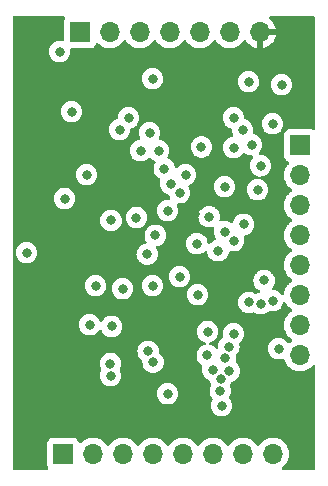
<source format=gbr>
%TF.GenerationSoftware,KiCad,Pcbnew,(6.0.0-0)*%
%TF.CreationDate,2022-02-14T20:59:39-05:00*%
%TF.ProjectId,Shifter-v6,53686966-7465-4722-9d76-362e6b696361,rev?*%
%TF.SameCoordinates,Original*%
%TF.FileFunction,Copper,L3,Inr*%
%TF.FilePolarity,Positive*%
%FSLAX46Y46*%
G04 Gerber Fmt 4.6, Leading zero omitted, Abs format (unit mm)*
G04 Created by KiCad (PCBNEW (6.0.0-0)) date 2022-02-14 20:59:39*
%MOMM*%
%LPD*%
G01*
G04 APERTURE LIST*
%TA.AperFunction,ComponentPad*%
%ADD10R,1.700000X1.700000*%
%TD*%
%TA.AperFunction,ComponentPad*%
%ADD11O,1.700000X1.700000*%
%TD*%
%TA.AperFunction,ViaPad*%
%ADD12C,0.800000*%
%TD*%
G04 APERTURE END LIST*
D10*
%TO.N,~{SHR}*%
%TO.C,J3*%
X166075000Y-65400000D03*
D11*
%TO.N,~{SHL}*%
X168615000Y-65400000D03*
%TO.N,~{ROTATE}*%
X171155000Y-65400000D03*
%TO.N,~{ARITHMETIC}*%
X173695000Y-65400000D03*
%TO.N,CARRY_OUT*%
X176235000Y-65400000D03*
%TO.N,GND*%
X178775000Y-65400000D03*
%TO.N,VCC*%
X181315000Y-65400000D03*
%TD*%
D10*
%TO.N,Q0*%
%TO.C,J2*%
X164630000Y-101100000D03*
D11*
%TO.N,Q1*%
X167170000Y-101100000D03*
%TO.N,Q2*%
X169710000Y-101100000D03*
%TO.N,Q3*%
X172250000Y-101100000D03*
%TO.N,Q4*%
X174790000Y-101100000D03*
%TO.N,Q5*%
X177330000Y-101100000D03*
%TO.N,Q6*%
X179870000Y-101100000D03*
%TO.N,Q7*%
X182410000Y-101100000D03*
%TD*%
D10*
%TO.N,A0*%
%TO.C,J1*%
X184700000Y-74970000D03*
D11*
%TO.N,A1*%
X184700000Y-77510000D03*
%TO.N,A2*%
X184700000Y-80050000D03*
%TO.N,A3*%
X184700000Y-82590000D03*
%TO.N,A4*%
X184700000Y-85130000D03*
%TO.N,A5*%
X184700000Y-87670000D03*
%TO.N,A6*%
X184700000Y-90210000D03*
%TO.N,A7*%
X184700000Y-92750000D03*
%TD*%
D12*
%TO.N,A0*%
X181102000Y-78740000D03*
%TO.N,A1*%
X171837756Y-92422987D03*
%TO.N,A2*%
X172257349Y-93330151D03*
%TO.N,A3*%
X168651784Y-93460782D03*
%TO.N,A4*%
X168656000Y-94488000D03*
%TO.N,A5*%
X177292000Y-93980000D03*
%TO.N,A6*%
X180340000Y-69596000D03*
X182372000Y-88138000D03*
X172212000Y-69342000D03*
%TO.N,A7*%
X173736000Y-78232000D03*
X176847716Y-92757023D03*
X181356000Y-88392000D03*
X175959500Y-83312000D03*
X176866125Y-90760125D03*
%TO.N,Q0*%
X178054000Y-97028000D03*
%TO.N,Q1*%
X177952195Y-95779695D03*
%TO.N,Q2*%
X177977620Y-94780516D03*
%TO.N,Q3*%
X178709006Y-94099282D03*
%TO.N,Q4*%
X178386236Y-92989702D03*
%TO.N,Q5*%
X178672965Y-92032209D03*
%TO.N,Q6*%
X179070000Y-90932000D03*
%TO.N,VCC*%
X184912000Y-69850000D03*
X161544000Y-88900000D03*
X175260000Y-70358000D03*
X167323500Y-79562544D03*
X173560175Y-90611118D03*
X175770876Y-80795880D03*
X165354000Y-70358000D03*
X167509000Y-96143000D03*
X167386000Y-70104000D03*
X182372000Y-90844022D03*
X165354000Y-73914000D03*
%TO.N,GND*%
X161544000Y-84074000D03*
X168692681Y-81324348D03*
X168738372Y-90314872D03*
X172212000Y-86868000D03*
X181659786Y-86422500D03*
X181356000Y-76708000D03*
X173207489Y-76962000D03*
X173482000Y-96012000D03*
X183134000Y-69850000D03*
%TO.N,CARRY_OUT*%
X180594000Y-74930000D03*
X182372000Y-73152000D03*
%TO.N,~{SHR}*%
X182880000Y-92202000D03*
X176022000Y-87630000D03*
X169672000Y-87122000D03*
X180364007Y-88269709D03*
%TO.N,~{SHL}*%
X164338000Y-67056000D03*
X166878000Y-90170000D03*
%TO.N,ARITHMETIC*%
X169418000Y-73660000D03*
X171196000Y-75438000D03*
%TO.N,ROTATE*%
X178308000Y-82296000D03*
X172444248Y-82598509D03*
X173482000Y-80518000D03*
X170850500Y-81095058D03*
%TO.N,/!ARITHMETIC*%
X167386000Y-86868000D03*
X166624000Y-77470000D03*
%TO.N,Net-(U1-Pad3)*%
X171958000Y-73914000D03*
X179832000Y-73660000D03*
%TO.N,Net-(U1-Pad11)*%
X170180000Y-72644000D03*
X179070000Y-72644000D03*
%TO.N,/ARITHMETIC_AND_A7*%
X176350000Y-75110000D03*
X172720000Y-75438000D03*
%TO.N,Net-(U2-Pad4)*%
X177000500Y-81026000D03*
X174498000Y-78993998D03*
%TO.N,Net-(U2-Pad6)*%
X179070000Y-83058000D03*
X171762826Y-84191652D03*
%TO.N,Net-(U3-Pad3)*%
X177749500Y-83899146D03*
X174498000Y-86106000D03*
%TO.N,Net-(U3-Pad8)*%
X175006000Y-77470000D03*
X179915630Y-81677613D03*
%TO.N,Net-(U3-Pad11)*%
X179070000Y-75184000D03*
X178308000Y-78486000D03*
%TO.N,~{ARITHMETIC}*%
X164762989Y-79491100D03*
X165354000Y-72136000D03*
%TD*%
%TA.AperFunction,Conductor*%
%TO.N,VCC*%
G36*
X164774454Y-64078002D02*
G01*
X164820947Y-64131658D01*
X164831051Y-64201932D01*
X164807159Y-64259565D01*
X164774385Y-64303295D01*
X164723255Y-64439684D01*
X164716500Y-64501866D01*
X164716500Y-66052059D01*
X164696498Y-66120180D01*
X164642842Y-66166673D01*
X164572568Y-66176777D01*
X164564303Y-66175306D01*
X164439944Y-66148872D01*
X164439939Y-66148872D01*
X164433487Y-66147500D01*
X164242513Y-66147500D01*
X164236061Y-66148872D01*
X164236056Y-66148872D01*
X164152312Y-66166673D01*
X164055712Y-66187206D01*
X164049682Y-66189891D01*
X164049681Y-66189891D01*
X163887278Y-66262197D01*
X163887276Y-66262198D01*
X163881248Y-66264882D01*
X163726747Y-66377134D01*
X163722326Y-66382044D01*
X163722325Y-66382045D01*
X163612615Y-66503891D01*
X163598960Y-66519056D01*
X163548716Y-66606081D01*
X163511431Y-66670661D01*
X163503473Y-66684444D01*
X163444458Y-66866072D01*
X163424496Y-67056000D01*
X163444458Y-67245928D01*
X163503473Y-67427556D01*
X163598960Y-67592944D01*
X163726747Y-67734866D01*
X163881248Y-67847118D01*
X163887276Y-67849802D01*
X163887278Y-67849803D01*
X164049681Y-67922109D01*
X164055712Y-67924794D01*
X164149112Y-67944647D01*
X164236056Y-67963128D01*
X164236061Y-67963128D01*
X164242513Y-67964500D01*
X164433487Y-67964500D01*
X164439939Y-67963128D01*
X164439944Y-67963128D01*
X164526888Y-67944647D01*
X164620288Y-67924794D01*
X164626319Y-67922109D01*
X164788722Y-67849803D01*
X164788724Y-67849802D01*
X164794752Y-67847118D01*
X164949253Y-67734866D01*
X165077040Y-67592944D01*
X165172527Y-67427556D01*
X165231542Y-67245928D01*
X165251504Y-67056000D01*
X165234863Y-66897670D01*
X165247635Y-66827832D01*
X165296137Y-66775985D01*
X165360173Y-66758500D01*
X166973134Y-66758500D01*
X167035316Y-66751745D01*
X167171705Y-66700615D01*
X167288261Y-66613261D01*
X167375615Y-66496705D01*
X167397799Y-66437529D01*
X167419598Y-66379382D01*
X167462240Y-66322618D01*
X167528802Y-66297918D01*
X167598150Y-66313126D01*
X167632817Y-66341114D01*
X167661250Y-66373938D01*
X167833126Y-66516632D01*
X168026000Y-66629338D01*
X168234692Y-66709030D01*
X168239760Y-66710061D01*
X168239763Y-66710062D01*
X168334862Y-66729410D01*
X168453597Y-66753567D01*
X168458772Y-66753757D01*
X168458774Y-66753757D01*
X168671673Y-66761564D01*
X168671677Y-66761564D01*
X168676837Y-66761753D01*
X168681957Y-66761097D01*
X168681959Y-66761097D01*
X168893288Y-66734025D01*
X168893289Y-66734025D01*
X168898416Y-66733368D01*
X168903366Y-66731883D01*
X169107429Y-66670661D01*
X169107434Y-66670659D01*
X169112384Y-66669174D01*
X169312994Y-66570896D01*
X169494860Y-66441173D01*
X169653096Y-66283489D01*
X169666467Y-66264882D01*
X169783453Y-66102077D01*
X169784776Y-66103028D01*
X169831645Y-66059857D01*
X169901580Y-66047625D01*
X169967026Y-66075144D01*
X169994875Y-66106994D01*
X170054987Y-66205088D01*
X170201250Y-66373938D01*
X170373126Y-66516632D01*
X170566000Y-66629338D01*
X170774692Y-66709030D01*
X170779760Y-66710061D01*
X170779763Y-66710062D01*
X170874862Y-66729410D01*
X170993597Y-66753567D01*
X170998772Y-66753757D01*
X170998774Y-66753757D01*
X171211673Y-66761564D01*
X171211677Y-66761564D01*
X171216837Y-66761753D01*
X171221957Y-66761097D01*
X171221959Y-66761097D01*
X171433288Y-66734025D01*
X171433289Y-66734025D01*
X171438416Y-66733368D01*
X171443366Y-66731883D01*
X171647429Y-66670661D01*
X171647434Y-66670659D01*
X171652384Y-66669174D01*
X171852994Y-66570896D01*
X172034860Y-66441173D01*
X172193096Y-66283489D01*
X172206467Y-66264882D01*
X172323453Y-66102077D01*
X172324776Y-66103028D01*
X172371645Y-66059857D01*
X172441580Y-66047625D01*
X172507026Y-66075144D01*
X172534875Y-66106994D01*
X172594987Y-66205088D01*
X172741250Y-66373938D01*
X172913126Y-66516632D01*
X173106000Y-66629338D01*
X173314692Y-66709030D01*
X173319760Y-66710061D01*
X173319763Y-66710062D01*
X173414862Y-66729410D01*
X173533597Y-66753567D01*
X173538772Y-66753757D01*
X173538774Y-66753757D01*
X173751673Y-66761564D01*
X173751677Y-66761564D01*
X173756837Y-66761753D01*
X173761957Y-66761097D01*
X173761959Y-66761097D01*
X173973288Y-66734025D01*
X173973289Y-66734025D01*
X173978416Y-66733368D01*
X173983366Y-66731883D01*
X174187429Y-66670661D01*
X174187434Y-66670659D01*
X174192384Y-66669174D01*
X174392994Y-66570896D01*
X174574860Y-66441173D01*
X174733096Y-66283489D01*
X174746467Y-66264882D01*
X174863453Y-66102077D01*
X174864776Y-66103028D01*
X174911645Y-66059857D01*
X174981580Y-66047625D01*
X175047026Y-66075144D01*
X175074875Y-66106994D01*
X175134987Y-66205088D01*
X175281250Y-66373938D01*
X175453126Y-66516632D01*
X175646000Y-66629338D01*
X175854692Y-66709030D01*
X175859760Y-66710061D01*
X175859763Y-66710062D01*
X175954862Y-66729410D01*
X176073597Y-66753567D01*
X176078772Y-66753757D01*
X176078774Y-66753757D01*
X176291673Y-66761564D01*
X176291677Y-66761564D01*
X176296837Y-66761753D01*
X176301957Y-66761097D01*
X176301959Y-66761097D01*
X176513288Y-66734025D01*
X176513289Y-66734025D01*
X176518416Y-66733368D01*
X176523366Y-66731883D01*
X176727429Y-66670661D01*
X176727434Y-66670659D01*
X176732384Y-66669174D01*
X176932994Y-66570896D01*
X177114860Y-66441173D01*
X177273096Y-66283489D01*
X177286467Y-66264882D01*
X177403453Y-66102077D01*
X177404776Y-66103028D01*
X177451645Y-66059857D01*
X177521580Y-66047625D01*
X177587026Y-66075144D01*
X177614875Y-66106994D01*
X177674987Y-66205088D01*
X177821250Y-66373938D01*
X177993126Y-66516632D01*
X178186000Y-66629338D01*
X178394692Y-66709030D01*
X178399760Y-66710061D01*
X178399763Y-66710062D01*
X178494862Y-66729410D01*
X178613597Y-66753567D01*
X178618772Y-66753757D01*
X178618774Y-66753757D01*
X178831673Y-66761564D01*
X178831677Y-66761564D01*
X178836837Y-66761753D01*
X178841957Y-66761097D01*
X178841959Y-66761097D01*
X179053288Y-66734025D01*
X179053289Y-66734025D01*
X179058416Y-66733368D01*
X179063366Y-66731883D01*
X179267429Y-66670661D01*
X179267434Y-66670659D01*
X179272384Y-66669174D01*
X179472994Y-66570896D01*
X179654860Y-66441173D01*
X179813096Y-66283489D01*
X179826467Y-66264882D01*
X179943453Y-66102077D01*
X179944640Y-66102930D01*
X179991960Y-66059362D01*
X180061897Y-66047145D01*
X180127338Y-66074678D01*
X180155166Y-66106511D01*
X180212694Y-66200388D01*
X180218777Y-66208699D01*
X180358213Y-66369667D01*
X180365580Y-66376883D01*
X180529434Y-66512916D01*
X180537881Y-66518831D01*
X180721756Y-66626279D01*
X180731042Y-66630729D01*
X180930001Y-66706703D01*
X180939899Y-66709579D01*
X181043250Y-66730606D01*
X181057299Y-66729410D01*
X181061000Y-66719065D01*
X181061000Y-66718517D01*
X181569000Y-66718517D01*
X181573064Y-66732359D01*
X181586478Y-66734393D01*
X181593184Y-66733534D01*
X181603262Y-66731392D01*
X181807255Y-66670191D01*
X181816842Y-66666433D01*
X182008095Y-66572739D01*
X182016945Y-66567464D01*
X182190328Y-66443792D01*
X182198200Y-66437139D01*
X182349052Y-66286812D01*
X182355730Y-66278965D01*
X182480003Y-66106020D01*
X182485313Y-66097183D01*
X182579670Y-65906267D01*
X182583469Y-65896672D01*
X182645377Y-65692910D01*
X182647555Y-65682837D01*
X182648986Y-65671962D01*
X182646775Y-65657778D01*
X182633617Y-65654000D01*
X181587115Y-65654000D01*
X181571876Y-65658475D01*
X181570671Y-65659865D01*
X181569000Y-65667548D01*
X181569000Y-66718517D01*
X181061000Y-66718517D01*
X181061000Y-65272000D01*
X181081002Y-65203879D01*
X181134658Y-65157386D01*
X181187000Y-65146000D01*
X182633344Y-65146000D01*
X182646875Y-65142027D01*
X182648180Y-65132947D01*
X182606214Y-64965875D01*
X182602894Y-64956124D01*
X182517972Y-64760814D01*
X182513105Y-64751739D01*
X182397426Y-64572926D01*
X182391136Y-64564757D01*
X182247806Y-64407240D01*
X182240273Y-64400215D01*
X182091702Y-64282882D01*
X182050639Y-64224965D01*
X182047407Y-64154042D01*
X182083032Y-64092631D01*
X182146203Y-64060228D01*
X182169794Y-64058000D01*
X185866000Y-64058000D01*
X185934121Y-64078002D01*
X185980614Y-64131658D01*
X185992000Y-64184000D01*
X185992000Y-73565126D01*
X185971998Y-73633247D01*
X185918342Y-73679740D01*
X185848068Y-73689844D01*
X185805491Y-73675646D01*
X185803888Y-73674768D01*
X185796705Y-73669385D01*
X185788304Y-73666236D01*
X185788301Y-73666234D01*
X185700307Y-73633247D01*
X185660316Y-73618255D01*
X185598134Y-73611500D01*
X183801866Y-73611500D01*
X183739684Y-73618255D01*
X183603295Y-73669385D01*
X183486739Y-73756739D01*
X183399385Y-73873295D01*
X183348255Y-74009684D01*
X183341500Y-74071866D01*
X183341500Y-75868134D01*
X183348255Y-75930316D01*
X183399385Y-76066705D01*
X183486739Y-76183261D01*
X183603295Y-76270615D01*
X183611704Y-76273767D01*
X183611705Y-76273768D01*
X183720451Y-76314535D01*
X183777216Y-76357176D01*
X183801916Y-76423738D01*
X183786709Y-76493087D01*
X183767316Y-76519568D01*
X183640629Y-76652138D01*
X183637715Y-76656410D01*
X183637714Y-76656411D01*
X183600971Y-76710274D01*
X183514743Y-76836680D01*
X183420688Y-77039305D01*
X183360989Y-77254570D01*
X183337251Y-77476695D01*
X183337548Y-77481848D01*
X183337548Y-77481851D01*
X183349812Y-77694547D01*
X183350110Y-77699715D01*
X183351247Y-77704761D01*
X183351248Y-77704767D01*
X183374318Y-77807134D01*
X183399222Y-77917639D01*
X183414301Y-77954774D01*
X183479136Y-78114444D01*
X183483266Y-78124616D01*
X183500506Y-78152749D01*
X183568560Y-78263803D01*
X183599987Y-78315088D01*
X183746250Y-78483938D01*
X183918126Y-78626632D01*
X183988595Y-78667811D01*
X183991445Y-78669476D01*
X184040169Y-78721114D01*
X184053240Y-78790897D01*
X184026509Y-78856669D01*
X183986055Y-78890027D01*
X183973607Y-78896507D01*
X183969474Y-78899610D01*
X183969471Y-78899612D01*
X183799100Y-79027530D01*
X183794965Y-79030635D01*
X183730485Y-79098109D01*
X183648477Y-79183926D01*
X183640629Y-79192138D01*
X183637715Y-79196410D01*
X183637714Y-79196411D01*
X183628202Y-79210355D01*
X183514743Y-79376680D01*
X183493359Y-79422749D01*
X183443056Y-79531118D01*
X183420688Y-79579305D01*
X183360989Y-79794570D01*
X183337251Y-80016695D01*
X183337548Y-80021848D01*
X183337548Y-80021851D01*
X183349812Y-80234547D01*
X183350110Y-80239715D01*
X183351247Y-80244761D01*
X183351248Y-80244767D01*
X183370022Y-80328072D01*
X183399222Y-80457639D01*
X183442342Y-80563832D01*
X183479136Y-80654444D01*
X183483266Y-80664616D01*
X183485965Y-80669020D01*
X183570793Y-80807447D01*
X183599987Y-80855088D01*
X183746250Y-81023938D01*
X183918126Y-81166632D01*
X183988595Y-81207811D01*
X183991445Y-81209476D01*
X184040169Y-81261114D01*
X184053240Y-81330897D01*
X184026509Y-81396669D01*
X183986055Y-81430027D01*
X183973607Y-81436507D01*
X183969474Y-81439610D01*
X183969471Y-81439612D01*
X183799100Y-81567530D01*
X183794965Y-81570635D01*
X183741786Y-81626284D01*
X183644256Y-81728343D01*
X183640629Y-81732138D01*
X183637715Y-81736410D01*
X183637714Y-81736411D01*
X183609476Y-81777807D01*
X183514743Y-81916680D01*
X183494093Y-81961167D01*
X183426831Y-82106072D01*
X183420688Y-82119305D01*
X183360989Y-82334570D01*
X183337251Y-82556695D01*
X183337548Y-82561848D01*
X183337548Y-82561851D01*
X183349558Y-82770148D01*
X183350110Y-82779715D01*
X183351247Y-82784761D01*
X183351248Y-82784767D01*
X183370022Y-82868072D01*
X183399222Y-82997639D01*
X183449749Y-83122072D01*
X183472720Y-83178643D01*
X183483266Y-83204616D01*
X183492865Y-83220280D01*
X183596641Y-83389627D01*
X183599987Y-83395088D01*
X183746250Y-83563938D01*
X183890331Y-83683556D01*
X183913082Y-83702444D01*
X183918126Y-83706632D01*
X183988595Y-83747811D01*
X183991445Y-83749476D01*
X184040169Y-83801114D01*
X184053240Y-83870897D01*
X184026509Y-83936669D01*
X183986055Y-83970027D01*
X183973607Y-83976507D01*
X183969474Y-83979610D01*
X183969471Y-83979612D01*
X183799100Y-84107530D01*
X183794965Y-84110635D01*
X183640629Y-84272138D01*
X183637715Y-84276410D01*
X183637714Y-84276411D01*
X183628202Y-84290355D01*
X183514743Y-84456680D01*
X183468212Y-84556923D01*
X183445791Y-84605226D01*
X183420688Y-84659305D01*
X183360989Y-84874570D01*
X183337251Y-85096695D01*
X183337548Y-85101848D01*
X183337548Y-85101851D01*
X183349812Y-85314547D01*
X183350110Y-85319715D01*
X183351247Y-85324761D01*
X183351248Y-85324767D01*
X183373443Y-85423251D01*
X183399222Y-85537639D01*
X183414301Y-85574774D01*
X183481291Y-85739751D01*
X183483266Y-85744616D01*
X183599987Y-85935088D01*
X183746250Y-86103938D01*
X183918126Y-86246632D01*
X183933971Y-86255891D01*
X183991445Y-86289476D01*
X184040169Y-86341114D01*
X184053240Y-86410897D01*
X184026509Y-86476669D01*
X183986055Y-86510027D01*
X183973607Y-86516507D01*
X183969474Y-86519610D01*
X183969471Y-86519612D01*
X183812824Y-86637226D01*
X183794965Y-86650635D01*
X183768746Y-86678072D01*
X183652440Y-86799779D01*
X183640629Y-86812138D01*
X183637715Y-86816410D01*
X183637714Y-86816411D01*
X183600971Y-86870274D01*
X183514743Y-86996680D01*
X183420688Y-87199305D01*
X183360989Y-87414570D01*
X183360441Y-87419702D01*
X183360440Y-87419705D01*
X183346218Y-87552784D01*
X183319090Y-87618393D01*
X183260797Y-87658921D01*
X183189848Y-87661500D01*
X183128767Y-87625311D01*
X183118734Y-87611747D01*
X183118224Y-87612118D01*
X183114341Y-87606774D01*
X183111040Y-87601056D01*
X183070409Y-87555930D01*
X182987675Y-87464045D01*
X182987674Y-87464044D01*
X182983253Y-87459134D01*
X182850360Y-87362581D01*
X182834094Y-87350763D01*
X182834093Y-87350762D01*
X182828752Y-87346882D01*
X182822724Y-87344198D01*
X182822722Y-87344197D01*
X182660319Y-87271891D01*
X182660318Y-87271891D01*
X182654288Y-87269206D01*
X182560887Y-87249353D01*
X182473944Y-87230872D01*
X182473939Y-87230872D01*
X182467487Y-87229500D01*
X182438667Y-87229500D01*
X182370546Y-87209498D01*
X182324053Y-87155842D01*
X182313949Y-87085568D01*
X182345029Y-87019191D01*
X182398826Y-86959444D01*
X182494313Y-86794056D01*
X182553328Y-86612428D01*
X182567504Y-86477556D01*
X182572600Y-86429065D01*
X182573290Y-86422500D01*
X182570076Y-86391921D01*
X182554018Y-86239135D01*
X182554018Y-86239133D01*
X182553328Y-86232572D01*
X182494313Y-86050944D01*
X182474795Y-86017137D01*
X182426934Y-85934241D01*
X182398826Y-85885556D01*
X182350674Y-85832077D01*
X182275461Y-85748545D01*
X182275460Y-85748544D01*
X182271039Y-85743634D01*
X182116538Y-85631382D01*
X182110510Y-85628698D01*
X182110508Y-85628697D01*
X181948105Y-85556391D01*
X181948104Y-85556391D01*
X181942074Y-85553706D01*
X181842760Y-85532596D01*
X181761730Y-85515372D01*
X181761725Y-85515372D01*
X181755273Y-85514000D01*
X181564299Y-85514000D01*
X181557847Y-85515372D01*
X181557842Y-85515372D01*
X181476812Y-85532596D01*
X181377498Y-85553706D01*
X181371468Y-85556391D01*
X181371467Y-85556391D01*
X181209064Y-85628697D01*
X181209062Y-85628698D01*
X181203034Y-85631382D01*
X181048533Y-85743634D01*
X181044112Y-85748544D01*
X181044111Y-85748545D01*
X180968899Y-85832077D01*
X180920746Y-85885556D01*
X180892638Y-85934241D01*
X180844778Y-86017137D01*
X180825259Y-86050944D01*
X180766244Y-86232572D01*
X180765554Y-86239133D01*
X180765554Y-86239135D01*
X180749496Y-86391921D01*
X180746282Y-86422500D01*
X180746972Y-86429065D01*
X180752069Y-86477556D01*
X180766244Y-86612428D01*
X180825259Y-86794056D01*
X180920746Y-86959444D01*
X180925164Y-86964351D01*
X180925165Y-86964352D01*
X180974541Y-87019190D01*
X181048533Y-87101366D01*
X181203034Y-87213618D01*
X181209062Y-87216302D01*
X181209064Y-87216303D01*
X181277634Y-87246832D01*
X181331730Y-87292812D01*
X181352379Y-87360739D01*
X181333027Y-87429048D01*
X181279816Y-87476049D01*
X181252584Y-87485185D01*
X181073712Y-87523206D01*
X181067685Y-87525889D01*
X181067677Y-87525892D01*
X181021404Y-87546495D01*
X180951037Y-87555930D01*
X180896096Y-87533326D01*
X180820759Y-87478591D01*
X180814731Y-87475907D01*
X180814729Y-87475906D01*
X180652326Y-87403600D01*
X180652325Y-87403600D01*
X180646295Y-87400915D01*
X180552895Y-87381062D01*
X180465951Y-87362581D01*
X180465946Y-87362581D01*
X180459494Y-87361209D01*
X180268520Y-87361209D01*
X180262068Y-87362581D01*
X180262063Y-87362581D01*
X180175119Y-87381062D01*
X180081719Y-87400915D01*
X180075689Y-87403600D01*
X180075688Y-87403600D01*
X179913285Y-87475906D01*
X179913283Y-87475907D01*
X179907255Y-87478591D01*
X179901914Y-87482471D01*
X179901913Y-87482472D01*
X179851850Y-87518845D01*
X179752754Y-87590843D01*
X179624967Y-87732765D01*
X179529480Y-87898153D01*
X179470465Y-88079781D01*
X179450503Y-88269709D01*
X179451193Y-88276274D01*
X179466417Y-88421118D01*
X179470465Y-88459637D01*
X179529480Y-88641265D01*
X179532783Y-88646987D01*
X179532784Y-88646988D01*
X179545623Y-88669226D01*
X179624967Y-88806653D01*
X179629385Y-88811560D01*
X179629386Y-88811561D01*
X179677967Y-88865516D01*
X179752754Y-88948575D01*
X179804553Y-88986209D01*
X179891390Y-89049300D01*
X179907255Y-89060827D01*
X179913283Y-89063511D01*
X179913285Y-89063512D01*
X180058991Y-89128384D01*
X180081719Y-89138503D01*
X180175119Y-89158356D01*
X180262063Y-89176837D01*
X180262068Y-89176837D01*
X180268520Y-89178209D01*
X180459494Y-89178209D01*
X180465946Y-89176837D01*
X180465951Y-89176837D01*
X180552895Y-89158356D01*
X180646295Y-89138503D01*
X180652322Y-89135820D01*
X180652330Y-89135817D01*
X180698603Y-89115214D01*
X180768970Y-89105779D01*
X180823911Y-89128383D01*
X180899248Y-89183118D01*
X180905276Y-89185802D01*
X180905278Y-89185803D01*
X180975070Y-89216876D01*
X181073712Y-89260794D01*
X181167112Y-89280647D01*
X181254056Y-89299128D01*
X181254061Y-89299128D01*
X181260513Y-89300500D01*
X181451487Y-89300500D01*
X181457939Y-89299128D01*
X181457944Y-89299128D01*
X181544888Y-89280647D01*
X181638288Y-89260794D01*
X181736930Y-89216876D01*
X181806722Y-89185803D01*
X181806724Y-89185802D01*
X181812752Y-89183118D01*
X181888087Y-89128384D01*
X181961909Y-89074749D01*
X181961911Y-89074747D01*
X181967253Y-89070866D01*
X181971671Y-89065959D01*
X181971678Y-89065953D01*
X181986672Y-89049300D01*
X182047117Y-89012060D01*
X182106505Y-89010364D01*
X182270047Y-89045127D01*
X182270060Y-89045128D01*
X182276513Y-89046500D01*
X182467487Y-89046500D01*
X182473939Y-89045128D01*
X182473944Y-89045128D01*
X182560888Y-89026647D01*
X182654288Y-89006794D01*
X182700523Y-88986209D01*
X182822722Y-88931803D01*
X182822724Y-88931802D01*
X182828752Y-88929118D01*
X182869741Y-88899338D01*
X182916292Y-88865516D01*
X182983253Y-88816866D01*
X183078419Y-88711173D01*
X183106621Y-88679852D01*
X183106622Y-88679851D01*
X183111040Y-88674944D01*
X183206527Y-88509556D01*
X183265542Y-88327928D01*
X183268310Y-88328827D01*
X183296010Y-88277548D01*
X183358168Y-88243241D01*
X183429006Y-88247985D01*
X183486033Y-88290274D01*
X183492940Y-88300402D01*
X183525218Y-88353076D01*
X183590519Y-88459637D01*
X183599987Y-88475088D01*
X183746250Y-88643938D01*
X183918126Y-88786632D01*
X183988595Y-88827811D01*
X183991445Y-88829476D01*
X184040169Y-88881114D01*
X184053240Y-88950897D01*
X184026509Y-89016669D01*
X183986055Y-89050027D01*
X183973607Y-89056507D01*
X183969474Y-89059610D01*
X183969471Y-89059612D01*
X183799100Y-89187530D01*
X183794965Y-89190635D01*
X183640629Y-89352138D01*
X183514743Y-89536680D01*
X183420688Y-89739305D01*
X183360989Y-89954570D01*
X183337251Y-90176695D01*
X183337548Y-90181848D01*
X183337548Y-90181851D01*
X183347816Y-90359928D01*
X183350110Y-90399715D01*
X183351247Y-90404761D01*
X183351248Y-90404767D01*
X183372313Y-90498237D01*
X183399222Y-90617639D01*
X183483266Y-90824616D01*
X183499934Y-90851816D01*
X183586904Y-90993738D01*
X183599987Y-91015088D01*
X183746250Y-91183938D01*
X183918126Y-91326632D01*
X183933971Y-91335891D01*
X183991445Y-91369476D01*
X184040169Y-91421114D01*
X184053240Y-91490897D01*
X184026509Y-91556669D01*
X183986055Y-91590027D01*
X183973607Y-91596507D01*
X183969474Y-91599610D01*
X183969471Y-91599612D01*
X183812341Y-91717589D01*
X183745856Y-91742495D01*
X183676461Y-91727503D01*
X183627570Y-91679830D01*
X183619040Y-91665056D01*
X183614507Y-91660021D01*
X183495675Y-91528045D01*
X183495674Y-91528044D01*
X183491253Y-91523134D01*
X183336752Y-91410882D01*
X183330724Y-91408198D01*
X183330722Y-91408197D01*
X183168319Y-91335891D01*
X183168318Y-91335891D01*
X183162288Y-91333206D01*
X183049721Y-91309279D01*
X182981944Y-91294872D01*
X182981939Y-91294872D01*
X182975487Y-91293500D01*
X182784513Y-91293500D01*
X182778061Y-91294872D01*
X182778056Y-91294872D01*
X182710279Y-91309279D01*
X182597712Y-91333206D01*
X182591682Y-91335891D01*
X182591681Y-91335891D01*
X182429278Y-91408197D01*
X182429276Y-91408198D01*
X182423248Y-91410882D01*
X182268747Y-91523134D01*
X182264326Y-91528044D01*
X182264325Y-91528045D01*
X182145494Y-91660021D01*
X182140960Y-91665056D01*
X182045473Y-91830444D01*
X181986458Y-92012072D01*
X181985768Y-92018633D01*
X181985768Y-92018635D01*
X181982923Y-92045708D01*
X181966496Y-92202000D01*
X181986458Y-92391928D01*
X182045473Y-92573556D01*
X182048776Y-92579278D01*
X182048777Y-92579279D01*
X182056115Y-92591988D01*
X182140960Y-92738944D01*
X182145378Y-92743851D01*
X182145379Y-92743852D01*
X182201643Y-92806339D01*
X182268747Y-92880866D01*
X182423248Y-92993118D01*
X182429276Y-92995802D01*
X182429278Y-92995803D01*
X182591681Y-93068109D01*
X182597712Y-93070794D01*
X182684427Y-93089226D01*
X182778056Y-93109128D01*
X182778061Y-93109128D01*
X182784513Y-93110500D01*
X182975487Y-93110500D01*
X182981939Y-93109128D01*
X182981944Y-93109128D01*
X183075573Y-93089226D01*
X183162288Y-93070794D01*
X183173018Y-93066017D01*
X183186295Y-93060105D01*
X183219448Y-93045345D01*
X183289814Y-93035911D01*
X183354111Y-93066017D01*
X183393613Y-93132750D01*
X183399222Y-93157639D01*
X183447885Y-93277482D01*
X183476608Y-93348218D01*
X183483266Y-93364616D01*
X183485965Y-93369020D01*
X183593770Y-93544942D01*
X183599987Y-93555088D01*
X183746250Y-93723938D01*
X183918126Y-93866632D01*
X184111000Y-93979338D01*
X184115825Y-93981180D01*
X184115826Y-93981181D01*
X184175861Y-94004106D01*
X184319692Y-94059030D01*
X184324760Y-94060061D01*
X184324763Y-94060062D01*
X184432017Y-94081883D01*
X184538597Y-94103567D01*
X184543772Y-94103757D01*
X184543774Y-94103757D01*
X184756673Y-94111564D01*
X184756677Y-94111564D01*
X184761837Y-94111753D01*
X184766957Y-94111097D01*
X184766959Y-94111097D01*
X184978288Y-94084025D01*
X184978289Y-94084025D01*
X184983416Y-94083368D01*
X184988366Y-94081883D01*
X185192429Y-94020661D01*
X185192434Y-94020659D01*
X185197384Y-94019174D01*
X185397994Y-93920896D01*
X185579860Y-93791173D01*
X185738096Y-93633489D01*
X185763677Y-93597889D01*
X185819672Y-93554241D01*
X185890375Y-93547795D01*
X185953339Y-93580598D01*
X185988574Y-93642234D01*
X185992000Y-93671415D01*
X185992000Y-102316000D01*
X185971998Y-102384121D01*
X185918342Y-102430614D01*
X185866000Y-102442000D01*
X183261739Y-102442000D01*
X183193618Y-102421998D01*
X183147125Y-102368342D01*
X183137021Y-102298068D01*
X183166515Y-102233488D01*
X183188571Y-102213421D01*
X183201932Y-102203891D01*
X183289860Y-102141173D01*
X183448096Y-101983489D01*
X183578453Y-101802077D01*
X183599320Y-101759857D01*
X183675136Y-101606453D01*
X183675137Y-101606451D01*
X183677430Y-101601811D01*
X183742370Y-101388069D01*
X183771529Y-101166590D01*
X183773156Y-101100000D01*
X183754852Y-100877361D01*
X183700431Y-100660702D01*
X183611354Y-100455840D01*
X183490014Y-100268277D01*
X183339670Y-100103051D01*
X183335619Y-100099852D01*
X183335615Y-100099848D01*
X183168414Y-99967800D01*
X183168410Y-99967798D01*
X183164359Y-99964598D01*
X182968789Y-99856638D01*
X182963920Y-99854914D01*
X182963916Y-99854912D01*
X182763087Y-99783795D01*
X182763083Y-99783794D01*
X182758212Y-99782069D01*
X182753119Y-99781162D01*
X182753116Y-99781161D01*
X182543373Y-99743800D01*
X182543367Y-99743799D01*
X182538284Y-99742894D01*
X182464452Y-99741992D01*
X182320081Y-99740228D01*
X182320079Y-99740228D01*
X182314911Y-99740165D01*
X182094091Y-99773955D01*
X181881756Y-99843357D01*
X181683607Y-99946507D01*
X181679474Y-99949610D01*
X181679471Y-99949612D01*
X181509100Y-100077530D01*
X181504965Y-100080635D01*
X181501393Y-100084373D01*
X181393729Y-100197037D01*
X181350629Y-100242138D01*
X181243201Y-100399621D01*
X181188293Y-100444621D01*
X181117768Y-100452792D01*
X181054021Y-100421538D01*
X181033324Y-100397054D01*
X180952822Y-100272617D01*
X180952820Y-100272614D01*
X180950014Y-100268277D01*
X180799670Y-100103051D01*
X180795619Y-100099852D01*
X180795615Y-100099848D01*
X180628414Y-99967800D01*
X180628410Y-99967798D01*
X180624359Y-99964598D01*
X180428789Y-99856638D01*
X180423920Y-99854914D01*
X180423916Y-99854912D01*
X180223087Y-99783795D01*
X180223083Y-99783794D01*
X180218212Y-99782069D01*
X180213119Y-99781162D01*
X180213116Y-99781161D01*
X180003373Y-99743800D01*
X180003367Y-99743799D01*
X179998284Y-99742894D01*
X179924452Y-99741992D01*
X179780081Y-99740228D01*
X179780079Y-99740228D01*
X179774911Y-99740165D01*
X179554091Y-99773955D01*
X179341756Y-99843357D01*
X179143607Y-99946507D01*
X179139474Y-99949610D01*
X179139471Y-99949612D01*
X178969100Y-100077530D01*
X178964965Y-100080635D01*
X178961393Y-100084373D01*
X178853729Y-100197037D01*
X178810629Y-100242138D01*
X178703201Y-100399621D01*
X178648293Y-100444621D01*
X178577768Y-100452792D01*
X178514021Y-100421538D01*
X178493324Y-100397054D01*
X178412822Y-100272617D01*
X178412820Y-100272614D01*
X178410014Y-100268277D01*
X178259670Y-100103051D01*
X178255619Y-100099852D01*
X178255615Y-100099848D01*
X178088414Y-99967800D01*
X178088410Y-99967798D01*
X178084359Y-99964598D01*
X177888789Y-99856638D01*
X177883920Y-99854914D01*
X177883916Y-99854912D01*
X177683087Y-99783795D01*
X177683083Y-99783794D01*
X177678212Y-99782069D01*
X177673119Y-99781162D01*
X177673116Y-99781161D01*
X177463373Y-99743800D01*
X177463367Y-99743799D01*
X177458284Y-99742894D01*
X177384452Y-99741992D01*
X177240081Y-99740228D01*
X177240079Y-99740228D01*
X177234911Y-99740165D01*
X177014091Y-99773955D01*
X176801756Y-99843357D01*
X176603607Y-99946507D01*
X176599474Y-99949610D01*
X176599471Y-99949612D01*
X176429100Y-100077530D01*
X176424965Y-100080635D01*
X176421393Y-100084373D01*
X176313729Y-100197037D01*
X176270629Y-100242138D01*
X176163201Y-100399621D01*
X176108293Y-100444621D01*
X176037768Y-100452792D01*
X175974021Y-100421538D01*
X175953324Y-100397054D01*
X175872822Y-100272617D01*
X175872820Y-100272614D01*
X175870014Y-100268277D01*
X175719670Y-100103051D01*
X175715619Y-100099852D01*
X175715615Y-100099848D01*
X175548414Y-99967800D01*
X175548410Y-99967798D01*
X175544359Y-99964598D01*
X175348789Y-99856638D01*
X175343920Y-99854914D01*
X175343916Y-99854912D01*
X175143087Y-99783795D01*
X175143083Y-99783794D01*
X175138212Y-99782069D01*
X175133119Y-99781162D01*
X175133116Y-99781161D01*
X174923373Y-99743800D01*
X174923367Y-99743799D01*
X174918284Y-99742894D01*
X174844452Y-99741992D01*
X174700081Y-99740228D01*
X174700079Y-99740228D01*
X174694911Y-99740165D01*
X174474091Y-99773955D01*
X174261756Y-99843357D01*
X174063607Y-99946507D01*
X174059474Y-99949610D01*
X174059471Y-99949612D01*
X173889100Y-100077530D01*
X173884965Y-100080635D01*
X173881393Y-100084373D01*
X173773729Y-100197037D01*
X173730629Y-100242138D01*
X173623201Y-100399621D01*
X173568293Y-100444621D01*
X173497768Y-100452792D01*
X173434021Y-100421538D01*
X173413324Y-100397054D01*
X173332822Y-100272617D01*
X173332820Y-100272614D01*
X173330014Y-100268277D01*
X173179670Y-100103051D01*
X173175619Y-100099852D01*
X173175615Y-100099848D01*
X173008414Y-99967800D01*
X173008410Y-99967798D01*
X173004359Y-99964598D01*
X172808789Y-99856638D01*
X172803920Y-99854914D01*
X172803916Y-99854912D01*
X172603087Y-99783795D01*
X172603083Y-99783794D01*
X172598212Y-99782069D01*
X172593119Y-99781162D01*
X172593116Y-99781161D01*
X172383373Y-99743800D01*
X172383367Y-99743799D01*
X172378284Y-99742894D01*
X172304452Y-99741992D01*
X172160081Y-99740228D01*
X172160079Y-99740228D01*
X172154911Y-99740165D01*
X171934091Y-99773955D01*
X171721756Y-99843357D01*
X171523607Y-99946507D01*
X171519474Y-99949610D01*
X171519471Y-99949612D01*
X171349100Y-100077530D01*
X171344965Y-100080635D01*
X171341393Y-100084373D01*
X171233729Y-100197037D01*
X171190629Y-100242138D01*
X171083201Y-100399621D01*
X171028293Y-100444621D01*
X170957768Y-100452792D01*
X170894021Y-100421538D01*
X170873324Y-100397054D01*
X170792822Y-100272617D01*
X170792820Y-100272614D01*
X170790014Y-100268277D01*
X170639670Y-100103051D01*
X170635619Y-100099852D01*
X170635615Y-100099848D01*
X170468414Y-99967800D01*
X170468410Y-99967798D01*
X170464359Y-99964598D01*
X170268789Y-99856638D01*
X170263920Y-99854914D01*
X170263916Y-99854912D01*
X170063087Y-99783795D01*
X170063083Y-99783794D01*
X170058212Y-99782069D01*
X170053119Y-99781162D01*
X170053116Y-99781161D01*
X169843373Y-99743800D01*
X169843367Y-99743799D01*
X169838284Y-99742894D01*
X169764452Y-99741992D01*
X169620081Y-99740228D01*
X169620079Y-99740228D01*
X169614911Y-99740165D01*
X169394091Y-99773955D01*
X169181756Y-99843357D01*
X168983607Y-99946507D01*
X168979474Y-99949610D01*
X168979471Y-99949612D01*
X168809100Y-100077530D01*
X168804965Y-100080635D01*
X168801393Y-100084373D01*
X168693729Y-100197037D01*
X168650629Y-100242138D01*
X168543201Y-100399621D01*
X168488293Y-100444621D01*
X168417768Y-100452792D01*
X168354021Y-100421538D01*
X168333324Y-100397054D01*
X168252822Y-100272617D01*
X168252820Y-100272614D01*
X168250014Y-100268277D01*
X168099670Y-100103051D01*
X168095619Y-100099852D01*
X168095615Y-100099848D01*
X167928414Y-99967800D01*
X167928410Y-99967798D01*
X167924359Y-99964598D01*
X167728789Y-99856638D01*
X167723920Y-99854914D01*
X167723916Y-99854912D01*
X167523087Y-99783795D01*
X167523083Y-99783794D01*
X167518212Y-99782069D01*
X167513119Y-99781162D01*
X167513116Y-99781161D01*
X167303373Y-99743800D01*
X167303367Y-99743799D01*
X167298284Y-99742894D01*
X167224452Y-99741992D01*
X167080081Y-99740228D01*
X167080079Y-99740228D01*
X167074911Y-99740165D01*
X166854091Y-99773955D01*
X166641756Y-99843357D01*
X166443607Y-99946507D01*
X166439474Y-99949610D01*
X166439471Y-99949612D01*
X166269100Y-100077530D01*
X166264965Y-100080635D01*
X166208537Y-100139684D01*
X166184283Y-100165064D01*
X166122759Y-100200494D01*
X166051846Y-100197037D01*
X165994060Y-100155791D01*
X165975207Y-100122243D01*
X165933767Y-100011703D01*
X165930615Y-100003295D01*
X165843261Y-99886739D01*
X165726705Y-99799385D01*
X165590316Y-99748255D01*
X165528134Y-99741500D01*
X163731866Y-99741500D01*
X163669684Y-99748255D01*
X163533295Y-99799385D01*
X163416739Y-99886739D01*
X163329385Y-100003295D01*
X163278255Y-100139684D01*
X163271500Y-100201866D01*
X163271500Y-101998134D01*
X163278255Y-102060316D01*
X163329385Y-102196705D01*
X163362159Y-102240435D01*
X163387007Y-102306941D01*
X163371954Y-102376324D01*
X163321780Y-102426554D01*
X163261333Y-102442000D01*
X160484000Y-102442000D01*
X160415879Y-102421998D01*
X160369386Y-102368342D01*
X160358000Y-102316000D01*
X160358000Y-96012000D01*
X172568496Y-96012000D01*
X172588458Y-96201928D01*
X172647473Y-96383556D01*
X172742960Y-96548944D01*
X172870747Y-96690866D01*
X173025248Y-96803118D01*
X173031276Y-96805802D01*
X173031278Y-96805803D01*
X173103756Y-96838072D01*
X173199712Y-96880794D01*
X173293112Y-96900647D01*
X173380056Y-96919128D01*
X173380061Y-96919128D01*
X173386513Y-96920500D01*
X173577487Y-96920500D01*
X173583939Y-96919128D01*
X173583944Y-96919128D01*
X173670888Y-96900647D01*
X173764288Y-96880794D01*
X173860244Y-96838072D01*
X173932722Y-96805803D01*
X173932724Y-96805802D01*
X173938752Y-96803118D01*
X174093253Y-96690866D01*
X174221040Y-96548944D01*
X174316527Y-96383556D01*
X174375542Y-96201928D01*
X174395504Y-96012000D01*
X174375542Y-95822072D01*
X174316527Y-95640444D01*
X174221040Y-95475056D01*
X174093253Y-95333134D01*
X173938752Y-95220882D01*
X173932724Y-95218198D01*
X173932722Y-95218197D01*
X173770319Y-95145891D01*
X173770318Y-95145891D01*
X173764288Y-95143206D01*
X173670888Y-95123353D01*
X173583944Y-95104872D01*
X173583939Y-95104872D01*
X173577487Y-95103500D01*
X173386513Y-95103500D01*
X173380061Y-95104872D01*
X173380056Y-95104872D01*
X173293113Y-95123353D01*
X173199712Y-95143206D01*
X173193682Y-95145891D01*
X173193681Y-95145891D01*
X173031278Y-95218197D01*
X173031276Y-95218198D01*
X173025248Y-95220882D01*
X172870747Y-95333134D01*
X172742960Y-95475056D01*
X172647473Y-95640444D01*
X172588458Y-95822072D01*
X172568496Y-96012000D01*
X160358000Y-96012000D01*
X160358000Y-93460782D01*
X167738280Y-93460782D01*
X167738970Y-93467347D01*
X167753035Y-93601164D01*
X167758242Y-93650710D01*
X167817257Y-93832338D01*
X167865008Y-93915044D01*
X167881745Y-93984036D01*
X167865008Y-94041040D01*
X167821473Y-94116444D01*
X167762458Y-94298072D01*
X167742496Y-94488000D01*
X167743186Y-94494565D01*
X167760863Y-94662749D01*
X167762458Y-94677928D01*
X167821473Y-94859556D01*
X167916960Y-95024944D01*
X168044747Y-95166866D01*
X168199248Y-95279118D01*
X168205276Y-95281802D01*
X168205278Y-95281803D01*
X168367681Y-95354109D01*
X168373712Y-95356794D01*
X168467113Y-95376647D01*
X168554056Y-95395128D01*
X168554061Y-95395128D01*
X168560513Y-95396500D01*
X168751487Y-95396500D01*
X168757939Y-95395128D01*
X168757944Y-95395128D01*
X168844887Y-95376647D01*
X168938288Y-95356794D01*
X168944319Y-95354109D01*
X169106722Y-95281803D01*
X169106724Y-95281802D01*
X169112752Y-95279118D01*
X169267253Y-95166866D01*
X169395040Y-95024944D01*
X169490527Y-94859556D01*
X169549542Y-94677928D01*
X169551138Y-94662749D01*
X169568814Y-94494565D01*
X169569504Y-94488000D01*
X169549542Y-94298072D01*
X169490527Y-94116444D01*
X169442776Y-94033738D01*
X169426039Y-93964746D01*
X169442776Y-93907742D01*
X169486311Y-93832338D01*
X169545326Y-93650710D01*
X169550534Y-93601164D01*
X169564598Y-93467347D01*
X169565288Y-93460782D01*
X169560637Y-93416534D01*
X169546016Y-93277417D01*
X169546016Y-93277415D01*
X169545326Y-93270854D01*
X169486311Y-93089226D01*
X169476462Y-93072166D01*
X169421670Y-92977265D01*
X169390824Y-92923838D01*
X169279560Y-92800266D01*
X169267459Y-92786827D01*
X169267458Y-92786826D01*
X169263037Y-92781916D01*
X169108536Y-92669664D01*
X169102508Y-92666980D01*
X169102506Y-92666979D01*
X168940103Y-92594673D01*
X168940102Y-92594673D01*
X168934072Y-92591988D01*
X168840671Y-92572135D01*
X168753728Y-92553654D01*
X168753723Y-92553654D01*
X168747271Y-92552282D01*
X168556297Y-92552282D01*
X168549845Y-92553654D01*
X168549840Y-92553654D01*
X168462897Y-92572135D01*
X168369496Y-92591988D01*
X168363466Y-92594673D01*
X168363465Y-92594673D01*
X168201062Y-92666979D01*
X168201060Y-92666980D01*
X168195032Y-92669664D01*
X168040531Y-92781916D01*
X168036110Y-92786826D01*
X168036109Y-92786827D01*
X168024009Y-92800266D01*
X167912744Y-92923838D01*
X167881898Y-92977265D01*
X167827107Y-93072166D01*
X167817257Y-93089226D01*
X167758242Y-93270854D01*
X167757552Y-93277415D01*
X167757552Y-93277417D01*
X167742931Y-93416534D01*
X167738280Y-93460782D01*
X160358000Y-93460782D01*
X160358000Y-92422987D01*
X170924252Y-92422987D01*
X170924942Y-92429552D01*
X170942015Y-92591988D01*
X170944214Y-92612915D01*
X171003229Y-92794543D01*
X171098716Y-92959931D01*
X171103134Y-92964838D01*
X171103135Y-92964839D01*
X171220793Y-93095511D01*
X171226503Y-93101853D01*
X171231845Y-93105734D01*
X171231847Y-93105736D01*
X171298960Y-93154496D01*
X171342314Y-93210718D01*
X171350209Y-93269603D01*
X171343845Y-93330151D01*
X171363807Y-93520079D01*
X171422822Y-93701707D01*
X171426125Y-93707429D01*
X171426126Y-93707430D01*
X171437844Y-93727726D01*
X171518309Y-93867095D01*
X171522727Y-93872002D01*
X171522728Y-93872003D01*
X171618206Y-93978042D01*
X171646096Y-94009017D01*
X171660076Y-94019174D01*
X171779371Y-94105847D01*
X171800597Y-94121269D01*
X171806625Y-94123953D01*
X171806627Y-94123954D01*
X171909887Y-94169928D01*
X171975061Y-94198945D01*
X172068461Y-94218798D01*
X172155405Y-94237279D01*
X172155410Y-94237279D01*
X172161862Y-94238651D01*
X172352836Y-94238651D01*
X172359288Y-94237279D01*
X172359293Y-94237279D01*
X172446237Y-94218798D01*
X172539637Y-94198945D01*
X172604811Y-94169928D01*
X172708071Y-94123954D01*
X172708073Y-94123953D01*
X172714101Y-94121269D01*
X172735328Y-94105847D01*
X172854622Y-94019174D01*
X172868602Y-94009017D01*
X172896492Y-93978042D01*
X172991970Y-93872003D01*
X172991971Y-93872002D01*
X172996389Y-93867095D01*
X173076854Y-93727726D01*
X173088572Y-93707430D01*
X173088573Y-93707429D01*
X173091876Y-93701707D01*
X173150891Y-93520079D01*
X173170853Y-93330151D01*
X173165317Y-93277482D01*
X173151581Y-93146786D01*
X173151581Y-93146784D01*
X173150891Y-93140223D01*
X173091876Y-92958595D01*
X172996389Y-92793207D01*
X172990645Y-92786827D01*
X172963809Y-92757023D01*
X175934212Y-92757023D01*
X175954174Y-92946951D01*
X176013189Y-93128579D01*
X176108676Y-93293967D01*
X176113094Y-93298874D01*
X176113095Y-93298875D01*
X176176254Y-93369020D01*
X176236463Y-93435889D01*
X176241805Y-93439770D01*
X176241807Y-93439772D01*
X176261689Y-93454217D01*
X176386563Y-93544944D01*
X176429916Y-93601164D01*
X176435991Y-93671900D01*
X176432336Y-93685806D01*
X176398458Y-93790072D01*
X176397768Y-93796633D01*
X176397768Y-93796635D01*
X176390759Y-93863327D01*
X176378496Y-93980000D01*
X176379186Y-93986565D01*
X176392344Y-94111753D01*
X176398458Y-94169928D01*
X176457473Y-94351556D01*
X176552960Y-94516944D01*
X176680747Y-94658866D01*
X176835248Y-94771118D01*
X176841276Y-94773802D01*
X176841278Y-94773803D01*
X177007858Y-94847969D01*
X177061954Y-94893949D01*
X177081919Y-94949904D01*
X177084078Y-94970444D01*
X177086118Y-94976721D01*
X177086118Y-94976723D01*
X177092164Y-94995330D01*
X177143093Y-95152072D01*
X177167929Y-95195088D01*
X177184666Y-95264082D01*
X177167928Y-95321086D01*
X177117668Y-95408139D01*
X177058653Y-95589767D01*
X177038691Y-95779695D01*
X177058653Y-95969623D01*
X177117668Y-96151251D01*
X177213155Y-96316639D01*
X177275289Y-96385646D01*
X177306005Y-96449651D01*
X177297240Y-96520105D01*
X177290770Y-96532954D01*
X177284840Y-96543226D01*
X177219473Y-96656444D01*
X177160458Y-96838072D01*
X177159768Y-96844633D01*
X177159768Y-96844635D01*
X177141186Y-97021435D01*
X177140496Y-97028000D01*
X177160458Y-97217928D01*
X177219473Y-97399556D01*
X177314960Y-97564944D01*
X177442747Y-97706866D01*
X177597248Y-97819118D01*
X177603276Y-97821802D01*
X177603278Y-97821803D01*
X177765681Y-97894109D01*
X177771712Y-97896794D01*
X177865112Y-97916647D01*
X177952056Y-97935128D01*
X177952061Y-97935128D01*
X177958513Y-97936500D01*
X178149487Y-97936500D01*
X178155939Y-97935128D01*
X178155944Y-97935128D01*
X178242888Y-97916647D01*
X178336288Y-97896794D01*
X178342319Y-97894109D01*
X178504722Y-97821803D01*
X178504724Y-97821802D01*
X178510752Y-97819118D01*
X178665253Y-97706866D01*
X178793040Y-97564944D01*
X178888527Y-97399556D01*
X178947542Y-97217928D01*
X178967504Y-97028000D01*
X178966814Y-97021435D01*
X178948232Y-96844635D01*
X178948232Y-96844633D01*
X178947542Y-96838072D01*
X178888527Y-96656444D01*
X178793040Y-96491056D01*
X178730906Y-96422049D01*
X178700190Y-96358044D01*
X178708955Y-96287590D01*
X178715425Y-96274741D01*
X178783418Y-96156974D01*
X178783419Y-96156973D01*
X178786722Y-96151251D01*
X178845737Y-95969623D01*
X178865699Y-95779695D01*
X178845737Y-95589767D01*
X178786722Y-95408139D01*
X178761886Y-95365123D01*
X178745149Y-95296129D01*
X178761887Y-95239124D01*
X178770179Y-95224763D01*
X178812147Y-95152072D01*
X178840596Y-95064514D01*
X178880670Y-95005910D01*
X178934232Y-94980205D01*
X178991294Y-94968076D01*
X178997325Y-94965391D01*
X179159728Y-94893085D01*
X179159730Y-94893084D01*
X179165758Y-94890400D01*
X179216862Y-94853271D01*
X179224159Y-94847969D01*
X179320259Y-94778148D01*
X179404845Y-94684206D01*
X179443627Y-94641134D01*
X179443628Y-94641133D01*
X179448046Y-94636226D01*
X179529834Y-94494565D01*
X179540229Y-94476561D01*
X179540230Y-94476560D01*
X179543533Y-94470838D01*
X179602548Y-94289210D01*
X179622510Y-94099282D01*
X179618279Y-94059030D01*
X179603238Y-93915917D01*
X179603238Y-93915915D01*
X179602548Y-93909354D01*
X179543533Y-93727726D01*
X179448046Y-93562338D01*
X179440756Y-93554241D01*
X179324679Y-93425325D01*
X179320259Y-93420416D01*
X179314921Y-93416538D01*
X179314917Y-93416534D01*
X179298274Y-93404442D01*
X179254921Y-93348218D01*
X179248847Y-93277482D01*
X179252504Y-93263571D01*
X179277740Y-93185901D01*
X179279778Y-93179630D01*
X179282090Y-93157639D01*
X179299050Y-92996267D01*
X179299740Y-92989702D01*
X179279778Y-92799774D01*
X179278191Y-92794891D01*
X179283553Y-92724642D01*
X179307761Y-92684928D01*
X179407586Y-92574061D01*
X179407587Y-92574060D01*
X179412005Y-92569153D01*
X179496394Y-92422987D01*
X179504188Y-92409488D01*
X179504189Y-92409487D01*
X179507492Y-92403765D01*
X179566507Y-92222137D01*
X179567934Y-92208565D01*
X179585779Y-92038774D01*
X179585779Y-92038773D01*
X179586469Y-92032209D01*
X179579218Y-91963220D01*
X179567198Y-91848851D01*
X179567197Y-91848844D01*
X179566507Y-91842281D01*
X179555879Y-91809572D01*
X179553851Y-91738606D01*
X179590513Y-91677808D01*
X179601647Y-91668704D01*
X179654514Y-91630293D01*
X179675909Y-91614749D01*
X179675911Y-91614747D01*
X179681253Y-91610866D01*
X179698423Y-91591797D01*
X179804621Y-91473852D01*
X179804622Y-91473851D01*
X179809040Y-91468944D01*
X179904527Y-91303556D01*
X179963542Y-91121928D01*
X179968107Y-91078500D01*
X179982814Y-90938565D01*
X179983504Y-90932000D01*
X179975592Y-90856724D01*
X179964232Y-90748635D01*
X179964232Y-90748633D01*
X179963542Y-90742072D01*
X179904527Y-90560444D01*
X179876026Y-90511078D01*
X179867314Y-90495990D01*
X179809040Y-90395056D01*
X179783064Y-90366206D01*
X179685675Y-90258045D01*
X179685674Y-90258044D01*
X179681253Y-90253134D01*
X179566829Y-90170000D01*
X179532094Y-90144763D01*
X179532093Y-90144762D01*
X179526752Y-90140882D01*
X179520724Y-90138198D01*
X179520722Y-90138197D01*
X179358319Y-90065891D01*
X179358318Y-90065891D01*
X179352288Y-90063206D01*
X179258887Y-90043353D01*
X179171944Y-90024872D01*
X179171939Y-90024872D01*
X179165487Y-90023500D01*
X178974513Y-90023500D01*
X178968061Y-90024872D01*
X178968056Y-90024872D01*
X178881112Y-90043353D01*
X178787712Y-90063206D01*
X178781682Y-90065891D01*
X178781681Y-90065891D01*
X178619278Y-90138197D01*
X178619276Y-90138198D01*
X178613248Y-90140882D01*
X178607907Y-90144762D01*
X178607906Y-90144763D01*
X178573171Y-90170000D01*
X178458747Y-90253134D01*
X178454326Y-90258044D01*
X178454325Y-90258045D01*
X178356937Y-90366206D01*
X178330960Y-90395056D01*
X178272686Y-90495990D01*
X178263975Y-90511078D01*
X178235473Y-90560444D01*
X178176458Y-90742072D01*
X178175768Y-90748633D01*
X178175768Y-90748635D01*
X178164408Y-90856724D01*
X178156496Y-90932000D01*
X178157186Y-90938565D01*
X178174783Y-91105990D01*
X178176458Y-91121928D01*
X178187086Y-91154637D01*
X178189114Y-91225603D01*
X178152452Y-91286401D01*
X178141318Y-91295505D01*
X178132411Y-91301977D01*
X178085733Y-91335891D01*
X178061712Y-91353343D01*
X178057291Y-91358253D01*
X178057290Y-91358254D01*
X177946052Y-91481797D01*
X177933925Y-91495265D01*
X177838438Y-91660653D01*
X177779423Y-91842281D01*
X177778733Y-91848842D01*
X177778733Y-91848844D01*
X177768073Y-91950274D01*
X177759461Y-92032209D01*
X177760151Y-92038773D01*
X177764106Y-92076401D01*
X177751334Y-92146239D01*
X177702832Y-92198086D01*
X177633999Y-92215481D01*
X177566690Y-92192900D01*
X177545160Y-92173882D01*
X177463391Y-92083068D01*
X177463390Y-92083067D01*
X177458969Y-92078157D01*
X177304468Y-91965905D01*
X177298440Y-91963221D01*
X177298438Y-91963220D01*
X177136035Y-91890914D01*
X177136034Y-91890914D01*
X177130004Y-91888229D01*
X177123543Y-91886856D01*
X177123541Y-91886855D01*
X177109059Y-91883776D01*
X177046586Y-91850047D01*
X177012266Y-91787897D01*
X177016995Y-91717058D01*
X177059272Y-91660021D01*
X177109062Y-91637283D01*
X177148413Y-91628919D01*
X177173387Y-91617800D01*
X177316847Y-91553928D01*
X177316849Y-91553927D01*
X177322877Y-91551243D01*
X177477378Y-91438991D01*
X177499193Y-91414763D01*
X177600746Y-91301977D01*
X177600747Y-91301976D01*
X177605165Y-91297069D01*
X177672737Y-91180031D01*
X177697348Y-91137404D01*
X177697349Y-91137403D01*
X177700652Y-91131681D01*
X177759667Y-90950053D01*
X177760875Y-90938565D01*
X177778939Y-90766690D01*
X177779629Y-90760125D01*
X177768142Y-90650834D01*
X177760357Y-90576760D01*
X177760357Y-90576758D01*
X177759667Y-90570197D01*
X177700652Y-90388569D01*
X177605165Y-90223181D01*
X177567952Y-90181851D01*
X177481800Y-90086170D01*
X177481799Y-90086169D01*
X177477378Y-90081259D01*
X177322877Y-89969007D01*
X177316849Y-89966323D01*
X177316847Y-89966322D01*
X177154444Y-89894016D01*
X177154443Y-89894016D01*
X177148413Y-89891331D01*
X177055013Y-89871478D01*
X176968069Y-89852997D01*
X176968064Y-89852997D01*
X176961612Y-89851625D01*
X176770638Y-89851625D01*
X176764186Y-89852997D01*
X176764181Y-89852997D01*
X176677237Y-89871478D01*
X176583837Y-89891331D01*
X176577807Y-89894016D01*
X176577806Y-89894016D01*
X176415403Y-89966322D01*
X176415401Y-89966323D01*
X176409373Y-89969007D01*
X176254872Y-90081259D01*
X176250451Y-90086169D01*
X176250450Y-90086170D01*
X176164299Y-90181851D01*
X176127085Y-90223181D01*
X176031598Y-90388569D01*
X175972583Y-90570197D01*
X175971893Y-90576758D01*
X175971893Y-90576760D01*
X175964108Y-90650834D01*
X175952621Y-90760125D01*
X175953311Y-90766690D01*
X175971376Y-90938565D01*
X175972583Y-90950053D01*
X176031598Y-91131681D01*
X176034901Y-91137403D01*
X176034902Y-91137404D01*
X176059513Y-91180031D01*
X176127085Y-91297069D01*
X176131503Y-91301976D01*
X176131504Y-91301977D01*
X176233057Y-91414763D01*
X176254872Y-91438991D01*
X176409373Y-91551243D01*
X176415401Y-91553927D01*
X176415403Y-91553928D01*
X176558863Y-91617800D01*
X176583837Y-91628919D01*
X176590298Y-91630292D01*
X176590300Y-91630293D01*
X176604782Y-91633372D01*
X176667255Y-91667101D01*
X176701575Y-91729251D01*
X176696846Y-91800090D01*
X176654569Y-91857127D01*
X176604779Y-91879865D01*
X176565428Y-91888229D01*
X176559398Y-91890914D01*
X176559397Y-91890914D01*
X176396994Y-91963220D01*
X176396992Y-91963221D01*
X176390964Y-91965905D01*
X176236463Y-92078157D01*
X176232042Y-92083067D01*
X176232041Y-92083068D01*
X176124954Y-92202000D01*
X176108676Y-92220079D01*
X176013189Y-92385467D01*
X175954174Y-92567095D01*
X175953484Y-92573656D01*
X175953484Y-92573658D01*
X175936713Y-92733226D01*
X175934212Y-92757023D01*
X172963809Y-92757023D01*
X172873024Y-92656196D01*
X172873023Y-92656195D01*
X172868602Y-92651285D01*
X172863260Y-92647404D01*
X172863258Y-92647402D01*
X172796145Y-92598642D01*
X172752791Y-92542420D01*
X172744896Y-92483535D01*
X172750570Y-92429552D01*
X172751260Y-92422987D01*
X172731298Y-92233059D01*
X172672283Y-92051431D01*
X172664976Y-92038774D01*
X172595406Y-91918277D01*
X172576796Y-91886043D01*
X172526735Y-91830444D01*
X172453431Y-91749032D01*
X172453430Y-91749031D01*
X172449009Y-91744121D01*
X172345098Y-91668625D01*
X172299850Y-91635750D01*
X172299849Y-91635749D01*
X172294508Y-91631869D01*
X172288480Y-91629185D01*
X172288478Y-91629184D01*
X172126075Y-91556878D01*
X172126074Y-91556878D01*
X172120044Y-91554193D01*
X172026644Y-91534340D01*
X171939700Y-91515859D01*
X171939695Y-91515859D01*
X171933243Y-91514487D01*
X171742269Y-91514487D01*
X171735817Y-91515859D01*
X171735812Y-91515859D01*
X171648869Y-91534340D01*
X171555468Y-91554193D01*
X171549438Y-91556878D01*
X171549437Y-91556878D01*
X171387034Y-91629184D01*
X171387032Y-91629185D01*
X171381004Y-91631869D01*
X171375663Y-91635749D01*
X171375662Y-91635750D01*
X171330414Y-91668625D01*
X171226503Y-91744121D01*
X171222082Y-91749031D01*
X171222081Y-91749032D01*
X171148778Y-91830444D01*
X171098716Y-91886043D01*
X171080106Y-91918277D01*
X171010537Y-92038774D01*
X171003229Y-92051431D01*
X170944214Y-92233059D01*
X170924252Y-92422987D01*
X160358000Y-92422987D01*
X160358000Y-90170000D01*
X165964496Y-90170000D01*
X165965186Y-90176565D01*
X165972826Y-90249251D01*
X165984458Y-90359928D01*
X166043473Y-90541556D01*
X166046776Y-90547278D01*
X166046777Y-90547279D01*
X166080686Y-90606010D01*
X166138960Y-90706944D01*
X166143378Y-90711851D01*
X166143379Y-90711852D01*
X166262325Y-90843955D01*
X166266747Y-90848866D01*
X166277563Y-90856724D01*
X166390207Y-90938565D01*
X166421248Y-90961118D01*
X166427276Y-90963802D01*
X166427278Y-90963803D01*
X166542467Y-91015088D01*
X166595712Y-91038794D01*
X166689113Y-91058647D01*
X166776056Y-91077128D01*
X166776061Y-91077128D01*
X166782513Y-91078500D01*
X166973487Y-91078500D01*
X166979939Y-91077128D01*
X166979944Y-91077128D01*
X167066888Y-91058647D01*
X167160288Y-91038794D01*
X167213533Y-91015088D01*
X167328722Y-90963803D01*
X167328724Y-90963802D01*
X167334752Y-90961118D01*
X167365794Y-90938565D01*
X167478437Y-90856724D01*
X167489253Y-90848866D01*
X167493675Y-90843955D01*
X167612621Y-90711852D01*
X167612622Y-90711851D01*
X167617040Y-90706944D01*
X167663328Y-90626771D01*
X167714711Y-90577778D01*
X167784424Y-90564342D01*
X167850335Y-90590728D01*
X167892279Y-90650833D01*
X167903845Y-90686428D01*
X167907148Y-90692150D01*
X167907149Y-90692151D01*
X167935971Y-90742072D01*
X167999332Y-90851816D01*
X168003750Y-90856723D01*
X168003751Y-90856724D01*
X168094253Y-90957237D01*
X168127119Y-90993738D01*
X168281620Y-91105990D01*
X168287648Y-91108674D01*
X168287650Y-91108675D01*
X168450053Y-91180981D01*
X168456084Y-91183666D01*
X168549484Y-91203519D01*
X168636428Y-91222000D01*
X168636433Y-91222000D01*
X168642885Y-91223372D01*
X168833859Y-91223372D01*
X168840311Y-91222000D01*
X168840316Y-91222000D01*
X168927260Y-91203519D01*
X169020660Y-91183666D01*
X169026691Y-91180981D01*
X169189094Y-91108675D01*
X169189096Y-91108674D01*
X169195124Y-91105990D01*
X169349625Y-90993738D01*
X169382491Y-90957237D01*
X169472993Y-90856724D01*
X169472994Y-90856723D01*
X169477412Y-90851816D01*
X169540773Y-90742072D01*
X169569595Y-90692151D01*
X169569596Y-90692150D01*
X169572899Y-90686428D01*
X169631914Y-90504800D01*
X169642848Y-90400774D01*
X169651186Y-90321437D01*
X169651876Y-90314872D01*
X169631914Y-90124944D01*
X169572899Y-89943316D01*
X169559744Y-89920530D01*
X169509807Y-89834038D01*
X169477412Y-89777928D01*
X169438409Y-89734610D01*
X169354047Y-89640917D01*
X169354046Y-89640916D01*
X169349625Y-89636006D01*
X169195124Y-89523754D01*
X169189096Y-89521070D01*
X169189094Y-89521069D01*
X169026691Y-89448763D01*
X169026690Y-89448763D01*
X169020660Y-89446078D01*
X168927259Y-89426225D01*
X168840316Y-89407744D01*
X168840311Y-89407744D01*
X168833859Y-89406372D01*
X168642885Y-89406372D01*
X168636433Y-89407744D01*
X168636428Y-89407744D01*
X168549485Y-89426225D01*
X168456084Y-89446078D01*
X168450054Y-89448763D01*
X168450053Y-89448763D01*
X168287650Y-89521069D01*
X168287648Y-89521070D01*
X168281620Y-89523754D01*
X168127119Y-89636006D01*
X168122698Y-89640916D01*
X168122697Y-89640917D01*
X168038336Y-89734610D01*
X167999332Y-89777928D01*
X167966937Y-89834038D01*
X167953044Y-89858101D01*
X167901661Y-89907094D01*
X167831948Y-89920530D01*
X167766037Y-89894144D01*
X167724092Y-89834038D01*
X167714568Y-89804726D01*
X167712527Y-89798444D01*
X167703984Y-89783646D01*
X167675314Y-89733990D01*
X167617040Y-89633056D01*
X167489253Y-89491134D01*
X167334752Y-89378882D01*
X167328724Y-89376198D01*
X167328722Y-89376197D01*
X167166319Y-89303891D01*
X167166318Y-89303891D01*
X167160288Y-89301206D01*
X167066887Y-89281353D01*
X166979944Y-89262872D01*
X166979939Y-89262872D01*
X166973487Y-89261500D01*
X166782513Y-89261500D01*
X166776061Y-89262872D01*
X166776056Y-89262872D01*
X166689113Y-89281353D01*
X166595712Y-89301206D01*
X166589682Y-89303891D01*
X166589681Y-89303891D01*
X166427278Y-89376197D01*
X166427276Y-89376198D01*
X166421248Y-89378882D01*
X166266747Y-89491134D01*
X166138960Y-89633056D01*
X166080686Y-89733990D01*
X166052017Y-89783646D01*
X166043473Y-89798444D01*
X165984458Y-89980072D01*
X165983768Y-89986633D01*
X165983768Y-89986635D01*
X165968542Y-90131507D01*
X165964496Y-90170000D01*
X160358000Y-90170000D01*
X160358000Y-86868000D01*
X166472496Y-86868000D01*
X166473186Y-86874565D01*
X166488387Y-87019190D01*
X166492458Y-87057928D01*
X166551473Y-87239556D01*
X166646960Y-87404944D01*
X166651378Y-87409851D01*
X166651379Y-87409852D01*
X166752208Y-87521834D01*
X166774747Y-87546866D01*
X166835276Y-87590843D01*
X166898386Y-87636695D01*
X166929248Y-87659118D01*
X166935276Y-87661802D01*
X166935278Y-87661803D01*
X167097681Y-87734109D01*
X167103712Y-87736794D01*
X167197112Y-87756647D01*
X167284056Y-87775128D01*
X167284061Y-87775128D01*
X167290513Y-87776500D01*
X167481487Y-87776500D01*
X167487939Y-87775128D01*
X167487944Y-87775128D01*
X167574887Y-87756647D01*
X167668288Y-87736794D01*
X167674319Y-87734109D01*
X167836722Y-87661803D01*
X167836724Y-87661802D01*
X167842752Y-87659118D01*
X167873615Y-87636695D01*
X167936724Y-87590843D01*
X167997253Y-87546866D01*
X168019792Y-87521834D01*
X168120621Y-87409852D01*
X168120622Y-87409851D01*
X168125040Y-87404944D01*
X168220527Y-87239556D01*
X168258724Y-87122000D01*
X168758496Y-87122000D01*
X168759186Y-87128565D01*
X168773824Y-87267834D01*
X168778458Y-87311928D01*
X168837473Y-87493556D01*
X168932960Y-87658944D01*
X169060747Y-87800866D01*
X169141745Y-87859715D01*
X169194651Y-87898153D01*
X169215248Y-87913118D01*
X169221276Y-87915802D01*
X169221278Y-87915803D01*
X169293756Y-87948072D01*
X169389712Y-87990794D01*
X169483113Y-88010647D01*
X169570056Y-88029128D01*
X169570061Y-88029128D01*
X169576513Y-88030500D01*
X169767487Y-88030500D01*
X169773939Y-88029128D01*
X169773944Y-88029128D01*
X169860887Y-88010647D01*
X169954288Y-87990794D01*
X170050244Y-87948072D01*
X170122722Y-87915803D01*
X170122724Y-87915802D01*
X170128752Y-87913118D01*
X170149350Y-87898153D01*
X170202255Y-87859715D01*
X170283253Y-87800866D01*
X170411040Y-87658944D01*
X170506527Y-87493556D01*
X170565542Y-87311928D01*
X170570177Y-87267834D01*
X170584814Y-87128565D01*
X170585504Y-87122000D01*
X170574698Y-87019190D01*
X170566232Y-86938635D01*
X170566232Y-86938633D01*
X170565542Y-86932072D01*
X170544724Y-86868000D01*
X171298496Y-86868000D01*
X171299186Y-86874565D01*
X171314387Y-87019190D01*
X171318458Y-87057928D01*
X171377473Y-87239556D01*
X171472960Y-87404944D01*
X171477378Y-87409851D01*
X171477379Y-87409852D01*
X171578208Y-87521834D01*
X171600747Y-87546866D01*
X171661276Y-87590843D01*
X171724386Y-87636695D01*
X171755248Y-87659118D01*
X171761276Y-87661802D01*
X171761278Y-87661803D01*
X171923681Y-87734109D01*
X171929712Y-87736794D01*
X172023112Y-87756647D01*
X172110056Y-87775128D01*
X172110061Y-87775128D01*
X172116513Y-87776500D01*
X172307487Y-87776500D01*
X172313939Y-87775128D01*
X172313944Y-87775128D01*
X172400887Y-87756647D01*
X172494288Y-87736794D01*
X172500319Y-87734109D01*
X172662722Y-87661803D01*
X172662724Y-87661802D01*
X172668752Y-87659118D01*
X172699615Y-87636695D01*
X172708830Y-87630000D01*
X175108496Y-87630000D01*
X175109186Y-87636565D01*
X175126863Y-87804749D01*
X175128458Y-87819928D01*
X175187473Y-88001556D01*
X175282960Y-88166944D01*
X175287378Y-88171851D01*
X175287379Y-88171852D01*
X175369579Y-88263144D01*
X175410747Y-88308866D01*
X175565248Y-88421118D01*
X175571276Y-88423802D01*
X175571278Y-88423803D01*
X175686467Y-88475088D01*
X175739712Y-88498794D01*
X175833113Y-88518647D01*
X175920056Y-88537128D01*
X175920061Y-88537128D01*
X175926513Y-88538500D01*
X176117487Y-88538500D01*
X176123939Y-88537128D01*
X176123944Y-88537128D01*
X176210887Y-88518647D01*
X176304288Y-88498794D01*
X176357533Y-88475088D01*
X176472722Y-88423803D01*
X176472724Y-88423802D01*
X176478752Y-88421118D01*
X176633253Y-88308866D01*
X176674421Y-88263144D01*
X176756621Y-88171852D01*
X176756622Y-88171851D01*
X176761040Y-88166944D01*
X176856527Y-88001556D01*
X176915542Y-87819928D01*
X176917138Y-87804749D01*
X176934814Y-87636565D01*
X176935504Y-87630000D01*
X176931905Y-87595754D01*
X176916232Y-87446635D01*
X176916232Y-87446633D01*
X176915542Y-87440072D01*
X176856527Y-87258444D01*
X176761040Y-87093056D01*
X176735064Y-87064206D01*
X176637675Y-86956045D01*
X176637674Y-86956044D01*
X176633253Y-86951134D01*
X176518829Y-86868000D01*
X176484094Y-86842763D01*
X176484093Y-86842762D01*
X176478752Y-86838882D01*
X176472724Y-86836198D01*
X176472722Y-86836197D01*
X176310319Y-86763891D01*
X176310318Y-86763891D01*
X176304288Y-86761206D01*
X176210887Y-86741353D01*
X176123944Y-86722872D01*
X176123939Y-86722872D01*
X176117487Y-86721500D01*
X175926513Y-86721500D01*
X175920061Y-86722872D01*
X175920056Y-86722872D01*
X175833113Y-86741353D01*
X175739712Y-86761206D01*
X175733682Y-86763891D01*
X175733681Y-86763891D01*
X175571278Y-86836197D01*
X175571276Y-86836198D01*
X175565248Y-86838882D01*
X175559907Y-86842762D01*
X175559906Y-86842763D01*
X175525171Y-86868000D01*
X175410747Y-86951134D01*
X175406326Y-86956044D01*
X175406325Y-86956045D01*
X175308937Y-87064206D01*
X175282960Y-87093056D01*
X175187473Y-87258444D01*
X175128458Y-87440072D01*
X175127768Y-87446633D01*
X175127768Y-87446635D01*
X175112095Y-87595754D01*
X175108496Y-87630000D01*
X172708830Y-87630000D01*
X172762724Y-87590843D01*
X172823253Y-87546866D01*
X172845792Y-87521834D01*
X172946621Y-87409852D01*
X172946622Y-87409851D01*
X172951040Y-87404944D01*
X173046527Y-87239556D01*
X173105542Y-87057928D01*
X173109614Y-87019190D01*
X173124814Y-86874565D01*
X173125504Y-86868000D01*
X173120082Y-86816411D01*
X173106232Y-86684635D01*
X173106232Y-86684633D01*
X173105542Y-86678072D01*
X173046527Y-86496444D01*
X172951040Y-86331056D01*
X172925064Y-86302206D01*
X172827675Y-86194045D01*
X172827674Y-86194044D01*
X172823253Y-86189134D01*
X172708830Y-86106000D01*
X173584496Y-86106000D01*
X173585186Y-86112565D01*
X173599824Y-86251834D01*
X173604458Y-86295928D01*
X173663473Y-86477556D01*
X173758960Y-86642944D01*
X173763378Y-86647851D01*
X173763379Y-86647852D01*
X173786068Y-86673051D01*
X173886747Y-86784866D01*
X173899396Y-86794056D01*
X174010207Y-86874565D01*
X174041248Y-86897118D01*
X174047276Y-86899802D01*
X174047278Y-86899803D01*
X174209681Y-86972109D01*
X174215712Y-86974794D01*
X174298546Y-86992401D01*
X174396056Y-87013128D01*
X174396061Y-87013128D01*
X174402513Y-87014500D01*
X174593487Y-87014500D01*
X174599939Y-87013128D01*
X174599944Y-87013128D01*
X174697454Y-86992401D01*
X174780288Y-86974794D01*
X174786319Y-86972109D01*
X174948722Y-86899803D01*
X174948724Y-86899802D01*
X174954752Y-86897118D01*
X174985794Y-86874565D01*
X175096604Y-86794056D01*
X175109253Y-86784866D01*
X175209932Y-86673051D01*
X175232621Y-86647852D01*
X175232622Y-86647851D01*
X175237040Y-86642944D01*
X175332527Y-86477556D01*
X175391542Y-86295928D01*
X175396177Y-86251834D01*
X175410814Y-86112565D01*
X175411504Y-86106000D01*
X175405767Y-86051415D01*
X175392232Y-85922635D01*
X175392232Y-85922633D01*
X175391542Y-85916072D01*
X175332527Y-85734444D01*
X175237040Y-85569056D01*
X175225637Y-85556391D01*
X175113675Y-85432045D01*
X175113674Y-85432044D01*
X175109253Y-85427134D01*
X175010157Y-85355136D01*
X174960094Y-85318763D01*
X174960093Y-85318762D01*
X174954752Y-85314882D01*
X174948724Y-85312198D01*
X174948722Y-85312197D01*
X174786319Y-85239891D01*
X174786318Y-85239891D01*
X174780288Y-85237206D01*
X174686888Y-85217353D01*
X174599944Y-85198872D01*
X174599939Y-85198872D01*
X174593487Y-85197500D01*
X174402513Y-85197500D01*
X174396061Y-85198872D01*
X174396056Y-85198872D01*
X174309113Y-85217353D01*
X174215712Y-85237206D01*
X174209682Y-85239891D01*
X174209681Y-85239891D01*
X174047278Y-85312197D01*
X174047276Y-85312198D01*
X174041248Y-85314882D01*
X174035907Y-85318762D01*
X174035906Y-85318763D01*
X173985843Y-85355136D01*
X173886747Y-85427134D01*
X173882326Y-85432044D01*
X173882325Y-85432045D01*
X173770364Y-85556391D01*
X173758960Y-85569056D01*
X173663473Y-85734444D01*
X173604458Y-85916072D01*
X173603768Y-85922633D01*
X173603768Y-85922635D01*
X173590233Y-86051415D01*
X173584496Y-86106000D01*
X172708830Y-86106000D01*
X172700614Y-86100031D01*
X172674094Y-86080763D01*
X172674093Y-86080762D01*
X172668752Y-86076882D01*
X172662724Y-86074198D01*
X172662722Y-86074197D01*
X172500319Y-86001891D01*
X172500318Y-86001891D01*
X172494288Y-85999206D01*
X172394000Y-85977889D01*
X172313944Y-85960872D01*
X172313939Y-85960872D01*
X172307487Y-85959500D01*
X172116513Y-85959500D01*
X172110061Y-85960872D01*
X172110056Y-85960872D01*
X172030000Y-85977889D01*
X171929712Y-85999206D01*
X171923682Y-86001891D01*
X171923681Y-86001891D01*
X171761278Y-86074197D01*
X171761276Y-86074198D01*
X171755248Y-86076882D01*
X171749907Y-86080762D01*
X171749906Y-86080763D01*
X171723386Y-86100031D01*
X171600747Y-86189134D01*
X171596326Y-86194044D01*
X171596325Y-86194045D01*
X171498937Y-86302206D01*
X171472960Y-86331056D01*
X171377473Y-86496444D01*
X171318458Y-86678072D01*
X171317768Y-86684633D01*
X171317768Y-86684635D01*
X171303918Y-86816411D01*
X171298496Y-86868000D01*
X170544724Y-86868000D01*
X170506527Y-86750444D01*
X170411040Y-86585056D01*
X170365608Y-86534598D01*
X170287675Y-86448045D01*
X170287674Y-86448044D01*
X170283253Y-86443134D01*
X170128752Y-86330882D01*
X170122724Y-86328198D01*
X170122722Y-86328197D01*
X169960319Y-86255891D01*
X169960318Y-86255891D01*
X169954288Y-86253206D01*
X169857213Y-86232572D01*
X169773944Y-86214872D01*
X169773939Y-86214872D01*
X169767487Y-86213500D01*
X169576513Y-86213500D01*
X169570061Y-86214872D01*
X169570056Y-86214872D01*
X169486787Y-86232572D01*
X169389712Y-86253206D01*
X169383682Y-86255891D01*
X169383681Y-86255891D01*
X169221278Y-86328197D01*
X169221276Y-86328198D01*
X169215248Y-86330882D01*
X169060747Y-86443134D01*
X169056326Y-86448044D01*
X169056325Y-86448045D01*
X168978393Y-86534598D01*
X168932960Y-86585056D01*
X168837473Y-86750444D01*
X168778458Y-86932072D01*
X168777768Y-86938633D01*
X168777768Y-86938635D01*
X168769302Y-87019190D01*
X168758496Y-87122000D01*
X168258724Y-87122000D01*
X168279542Y-87057928D01*
X168283614Y-87019190D01*
X168298814Y-86874565D01*
X168299504Y-86868000D01*
X168294082Y-86816411D01*
X168280232Y-86684635D01*
X168280232Y-86684633D01*
X168279542Y-86678072D01*
X168220527Y-86496444D01*
X168125040Y-86331056D01*
X168099064Y-86302206D01*
X168001675Y-86194045D01*
X168001674Y-86194044D01*
X167997253Y-86189134D01*
X167874614Y-86100031D01*
X167848094Y-86080763D01*
X167848093Y-86080762D01*
X167842752Y-86076882D01*
X167836724Y-86074198D01*
X167836722Y-86074197D01*
X167674319Y-86001891D01*
X167674318Y-86001891D01*
X167668288Y-85999206D01*
X167568000Y-85977889D01*
X167487944Y-85960872D01*
X167487939Y-85960872D01*
X167481487Y-85959500D01*
X167290513Y-85959500D01*
X167284061Y-85960872D01*
X167284056Y-85960872D01*
X167204000Y-85977889D01*
X167103712Y-85999206D01*
X167097682Y-86001891D01*
X167097681Y-86001891D01*
X166935278Y-86074197D01*
X166935276Y-86074198D01*
X166929248Y-86076882D01*
X166923907Y-86080762D01*
X166923906Y-86080763D01*
X166897386Y-86100031D01*
X166774747Y-86189134D01*
X166770326Y-86194044D01*
X166770325Y-86194045D01*
X166672937Y-86302206D01*
X166646960Y-86331056D01*
X166551473Y-86496444D01*
X166492458Y-86678072D01*
X166491768Y-86684633D01*
X166491768Y-86684635D01*
X166477918Y-86816411D01*
X166472496Y-86868000D01*
X160358000Y-86868000D01*
X160358000Y-84074000D01*
X160630496Y-84074000D01*
X160631186Y-84080565D01*
X160645894Y-84220500D01*
X160650458Y-84263928D01*
X160709473Y-84445556D01*
X160804960Y-84610944D01*
X160809378Y-84615851D01*
X160809379Y-84615852D01*
X160882398Y-84696948D01*
X160932747Y-84752866D01*
X161087248Y-84865118D01*
X161093276Y-84867802D01*
X161093278Y-84867803D01*
X161255681Y-84940109D01*
X161261712Y-84942794D01*
X161355112Y-84962647D01*
X161442056Y-84981128D01*
X161442061Y-84981128D01*
X161448513Y-84982500D01*
X161639487Y-84982500D01*
X161645939Y-84981128D01*
X161645944Y-84981128D01*
X161732888Y-84962647D01*
X161826288Y-84942794D01*
X161832319Y-84940109D01*
X161994722Y-84867803D01*
X161994724Y-84867802D01*
X162000752Y-84865118D01*
X162155253Y-84752866D01*
X162205602Y-84696948D01*
X162278621Y-84615852D01*
X162278622Y-84615851D01*
X162283040Y-84610944D01*
X162378527Y-84445556D01*
X162437542Y-84263928D01*
X162442107Y-84220500D01*
X162445139Y-84191652D01*
X170849322Y-84191652D01*
X170850012Y-84198217D01*
X170863892Y-84330274D01*
X170869284Y-84381580D01*
X170928299Y-84563208D01*
X171023786Y-84728596D01*
X171028204Y-84733503D01*
X171028205Y-84733504D01*
X171094963Y-84807646D01*
X171151573Y-84870518D01*
X171306074Y-84982770D01*
X171312102Y-84985454D01*
X171312104Y-84985455D01*
X171474507Y-85057761D01*
X171480538Y-85060446D01*
X171573939Y-85080299D01*
X171660882Y-85098780D01*
X171660887Y-85098780D01*
X171667339Y-85100152D01*
X171858313Y-85100152D01*
X171864765Y-85098780D01*
X171864770Y-85098780D01*
X171951713Y-85080299D01*
X172045114Y-85060446D01*
X172051145Y-85057761D01*
X172213548Y-84985455D01*
X172213550Y-84985454D01*
X172219578Y-84982770D01*
X172374079Y-84870518D01*
X172430689Y-84807646D01*
X172497447Y-84733504D01*
X172497448Y-84733503D01*
X172501866Y-84728596D01*
X172597353Y-84563208D01*
X172656368Y-84381580D01*
X172661761Y-84330274D01*
X172675640Y-84198217D01*
X172676330Y-84191652D01*
X172664859Y-84082510D01*
X172657058Y-84008287D01*
X172657058Y-84008285D01*
X172656368Y-84001724D01*
X172597353Y-83820096D01*
X172516764Y-83680511D01*
X172500026Y-83611518D01*
X172523246Y-83544426D01*
X172579053Y-83500539D01*
X172599686Y-83494266D01*
X172610845Y-83491894D01*
X172726536Y-83467303D01*
X172732567Y-83464618D01*
X172894970Y-83392312D01*
X172894972Y-83392311D01*
X172901000Y-83389627D01*
X173007844Y-83312000D01*
X175045996Y-83312000D01*
X175046686Y-83318565D01*
X175065153Y-83494266D01*
X175065958Y-83501928D01*
X175124973Y-83683556D01*
X175220460Y-83848944D01*
X175224878Y-83853851D01*
X175224879Y-83853852D01*
X175331077Y-83971797D01*
X175348247Y-83990866D01*
X175363192Y-84001724D01*
X175474384Y-84082510D01*
X175502748Y-84103118D01*
X175508776Y-84105802D01*
X175508778Y-84105803D01*
X175578570Y-84136876D01*
X175677212Y-84180794D01*
X175770613Y-84200647D01*
X175857556Y-84219128D01*
X175857561Y-84219128D01*
X175864013Y-84220500D01*
X176054987Y-84220500D01*
X176061439Y-84219128D01*
X176061444Y-84219128D01*
X176148387Y-84200647D01*
X176241788Y-84180794D01*
X176340430Y-84136876D01*
X176410222Y-84105803D01*
X176410224Y-84105802D01*
X176416252Y-84103118D01*
X176444617Y-84082510D01*
X176555808Y-84001724D01*
X176570753Y-83990866D01*
X176627540Y-83927797D01*
X176687985Y-83890559D01*
X176758969Y-83891911D01*
X176817953Y-83931425D01*
X176846484Y-83998938D01*
X176847467Y-84008287D01*
X176855064Y-84080565D01*
X176855958Y-84089074D01*
X176914973Y-84270702D01*
X176918276Y-84276424D01*
X176918277Y-84276425D01*
X176943533Y-84320170D01*
X177010460Y-84436090D01*
X177138247Y-84578012D01*
X177292748Y-84690264D01*
X177298776Y-84692948D01*
X177298778Y-84692949D01*
X177433355Y-84752866D01*
X177467212Y-84767940D01*
X177560613Y-84787793D01*
X177647556Y-84806274D01*
X177647561Y-84806274D01*
X177654013Y-84807646D01*
X177844987Y-84807646D01*
X177851439Y-84806274D01*
X177851444Y-84806274D01*
X177938387Y-84787793D01*
X178031788Y-84767940D01*
X178065645Y-84752866D01*
X178200222Y-84692949D01*
X178200224Y-84692948D01*
X178206252Y-84690264D01*
X178360753Y-84578012D01*
X178488540Y-84436090D01*
X178555467Y-84320170D01*
X178580723Y-84276425D01*
X178580724Y-84276424D01*
X178584027Y-84270702D01*
X178643042Y-84089074D01*
X178648259Y-84039433D01*
X178675272Y-83973777D01*
X178733493Y-83933146D01*
X178799765Y-83929356D01*
X178817596Y-83933146D01*
X178968056Y-83965128D01*
X178968061Y-83965128D01*
X178974513Y-83966500D01*
X179165487Y-83966500D01*
X179171939Y-83965128D01*
X179171944Y-83965128D01*
X179258887Y-83946647D01*
X179352288Y-83926794D01*
X179433674Y-83890559D01*
X179520722Y-83851803D01*
X179520724Y-83851802D01*
X179526752Y-83849118D01*
X179567741Y-83819338D01*
X179614292Y-83785516D01*
X179681253Y-83736866D01*
X179717400Y-83696721D01*
X179804621Y-83599852D01*
X179804622Y-83599851D01*
X179809040Y-83594944D01*
X179904527Y-83429556D01*
X179963542Y-83247928D01*
X179967297Y-83212207D01*
X179982814Y-83064565D01*
X179983504Y-83058000D01*
X179963542Y-82868072D01*
X179936474Y-82784767D01*
X179924163Y-82746876D01*
X179922135Y-82675909D01*
X179958798Y-82615111D01*
X180017799Y-82584693D01*
X180085600Y-82570281D01*
X180197918Y-82546407D01*
X180203949Y-82543722D01*
X180366352Y-82471416D01*
X180366354Y-82471415D01*
X180372382Y-82468731D01*
X180403819Y-82445891D01*
X180463812Y-82402303D01*
X180526883Y-82356479D01*
X180575427Y-82302565D01*
X180650251Y-82219465D01*
X180650252Y-82219464D01*
X180654670Y-82214557D01*
X180750157Y-82049169D01*
X180809172Y-81867541D01*
X180814190Y-81819803D01*
X180828444Y-81684178D01*
X180829134Y-81677613D01*
X180823739Y-81626284D01*
X180809862Y-81494248D01*
X180809862Y-81494246D01*
X180809172Y-81487685D01*
X180750157Y-81306057D01*
X180734203Y-81278423D01*
X180712944Y-81241603D01*
X180654670Y-81140669D01*
X180649044Y-81134420D01*
X180531305Y-81003658D01*
X180531304Y-81003657D01*
X180526883Y-80998747D01*
X180389390Y-80898852D01*
X180377724Y-80890376D01*
X180377723Y-80890375D01*
X180372382Y-80886495D01*
X180366354Y-80883811D01*
X180366352Y-80883810D01*
X180203949Y-80811504D01*
X180203948Y-80811504D01*
X180197918Y-80808819D01*
X180097169Y-80787404D01*
X180017574Y-80770485D01*
X180017569Y-80770485D01*
X180011117Y-80769113D01*
X179820143Y-80769113D01*
X179813691Y-80770485D01*
X179813686Y-80770485D01*
X179734091Y-80787404D01*
X179633342Y-80808819D01*
X179627312Y-80811504D01*
X179627311Y-80811504D01*
X179464908Y-80883810D01*
X179464906Y-80883811D01*
X179458878Y-80886495D01*
X179453537Y-80890375D01*
X179453536Y-80890376D01*
X179441870Y-80898852D01*
X179304377Y-80998747D01*
X179299956Y-81003657D01*
X179299955Y-81003658D01*
X179182217Y-81134420D01*
X179176590Y-81140669D01*
X179118316Y-81241603D01*
X179097058Y-81278423D01*
X179081103Y-81306057D01*
X179022088Y-81487685D01*
X179019165Y-81486735D01*
X178991910Y-81537479D01*
X178929835Y-81571934D01*
X178858986Y-81567358D01*
X178828141Y-81550937D01*
X178770094Y-81508763D01*
X178770093Y-81508762D01*
X178764752Y-81504882D01*
X178758724Y-81502198D01*
X178758722Y-81502197D01*
X178596319Y-81429891D01*
X178596318Y-81429891D01*
X178590288Y-81427206D01*
X178477721Y-81403279D01*
X178409944Y-81388872D01*
X178409939Y-81388872D01*
X178403487Y-81387500D01*
X178212513Y-81387500D01*
X178206061Y-81388872D01*
X178206056Y-81388872D01*
X178025712Y-81427206D01*
X178025180Y-81424703D01*
X177965681Y-81426392D01*
X177904890Y-81389718D01*
X177873577Y-81326000D01*
X177877902Y-81265600D01*
X177892003Y-81222203D01*
X177894042Y-81215928D01*
X177895638Y-81200749D01*
X177913314Y-81032565D01*
X177914004Y-81026000D01*
X177901300Y-80905130D01*
X177894732Y-80842635D01*
X177894732Y-80842633D01*
X177894042Y-80836072D01*
X177835027Y-80654444D01*
X177739540Y-80489056D01*
X177715562Y-80462425D01*
X177616175Y-80352045D01*
X177616174Y-80352044D01*
X177611753Y-80347134D01*
X177512657Y-80275136D01*
X177462594Y-80238763D01*
X177462593Y-80238762D01*
X177457252Y-80234882D01*
X177451224Y-80232198D01*
X177451222Y-80232197D01*
X177288819Y-80159891D01*
X177288818Y-80159891D01*
X177282788Y-80157206D01*
X177189387Y-80137353D01*
X177102444Y-80118872D01*
X177102439Y-80118872D01*
X177095987Y-80117500D01*
X176905013Y-80117500D01*
X176898561Y-80118872D01*
X176898556Y-80118872D01*
X176811613Y-80137353D01*
X176718212Y-80157206D01*
X176712182Y-80159891D01*
X176712181Y-80159891D01*
X176549778Y-80232197D01*
X176549776Y-80232198D01*
X176543748Y-80234882D01*
X176538407Y-80238762D01*
X176538406Y-80238763D01*
X176488343Y-80275136D01*
X176389247Y-80347134D01*
X176384826Y-80352044D01*
X176384825Y-80352045D01*
X176285439Y-80462425D01*
X176261460Y-80489056D01*
X176165973Y-80654444D01*
X176106958Y-80836072D01*
X176106268Y-80842633D01*
X176106268Y-80842635D01*
X176099700Y-80905130D01*
X176086996Y-81026000D01*
X176087686Y-81032565D01*
X176105363Y-81200749D01*
X176106958Y-81215928D01*
X176165973Y-81397556D01*
X176169276Y-81403278D01*
X176169277Y-81403279D01*
X176182684Y-81426500D01*
X176261460Y-81562944D01*
X176265878Y-81567851D01*
X176265879Y-81567852D01*
X176384825Y-81699955D01*
X176389247Y-81704866D01*
X176421640Y-81728401D01*
X176535702Y-81811272D01*
X176543748Y-81817118D01*
X176549776Y-81819802D01*
X176549778Y-81819803D01*
X176704886Y-81888861D01*
X176718212Y-81894794D01*
X176801046Y-81912401D01*
X176898556Y-81933128D01*
X176898561Y-81933128D01*
X176905013Y-81934500D01*
X177095987Y-81934500D01*
X177102439Y-81933128D01*
X177102444Y-81933128D01*
X177282788Y-81894794D01*
X177283320Y-81897297D01*
X177342819Y-81895608D01*
X177403610Y-81932282D01*
X177434923Y-81996000D01*
X177430598Y-82056398D01*
X177414458Y-82106072D01*
X177413768Y-82112633D01*
X177413768Y-82112635D01*
X177401753Y-82226953D01*
X177394496Y-82296000D01*
X177395186Y-82302565D01*
X177412651Y-82468731D01*
X177414458Y-82485928D01*
X177473473Y-82667556D01*
X177476776Y-82673278D01*
X177476777Y-82673279D01*
X177539475Y-82781874D01*
X177566491Y-82828667D01*
X177568960Y-82832944D01*
X177568178Y-82833396D01*
X177590142Y-82894953D01*
X177574061Y-82964105D01*
X177523147Y-83013585D01*
X177490542Y-83025393D01*
X177467212Y-83030352D01*
X177461182Y-83033037D01*
X177461181Y-83033037D01*
X177298778Y-83105343D01*
X177298776Y-83105344D01*
X177292748Y-83108028D01*
X177138247Y-83220280D01*
X177081460Y-83283349D01*
X177021015Y-83320587D01*
X176950031Y-83319235D01*
X176891047Y-83279721D01*
X176862515Y-83212207D01*
X176862062Y-83207891D01*
X176854964Y-83140361D01*
X176853732Y-83128635D01*
X176853732Y-83128633D01*
X176853042Y-83122072D01*
X176794027Y-82940444D01*
X176698540Y-82775056D01*
X176618754Y-82686444D01*
X176575175Y-82638045D01*
X176575174Y-82638044D01*
X176570753Y-82633134D01*
X176451384Y-82546407D01*
X176421594Y-82524763D01*
X176421593Y-82524762D01*
X176416252Y-82520882D01*
X176410224Y-82518198D01*
X176410222Y-82518197D01*
X176247819Y-82445891D01*
X176247818Y-82445891D01*
X176241788Y-82443206D01*
X176148388Y-82423353D01*
X176061444Y-82404872D01*
X176061439Y-82404872D01*
X176054987Y-82403500D01*
X175864013Y-82403500D01*
X175857561Y-82404872D01*
X175857556Y-82404872D01*
X175770612Y-82423353D01*
X175677212Y-82443206D01*
X175671182Y-82445891D01*
X175671181Y-82445891D01*
X175508778Y-82518197D01*
X175508776Y-82518198D01*
X175502748Y-82520882D01*
X175497407Y-82524762D01*
X175497406Y-82524763D01*
X175467616Y-82546407D01*
X175348247Y-82633134D01*
X175343826Y-82638044D01*
X175343825Y-82638045D01*
X175300247Y-82686444D01*
X175220460Y-82775056D01*
X175124973Y-82940444D01*
X175065958Y-83122072D01*
X175065268Y-83128633D01*
X175065268Y-83128635D01*
X175056044Y-83216397D01*
X175045996Y-83312000D01*
X173007844Y-83312000D01*
X173055501Y-83277375D01*
X173059923Y-83272464D01*
X173178869Y-83140361D01*
X173178870Y-83140360D01*
X173183288Y-83135453D01*
X173278775Y-82970065D01*
X173337790Y-82788437D01*
X173338596Y-82780774D01*
X173357062Y-82605074D01*
X173357752Y-82598509D01*
X173346579Y-82492206D01*
X173338480Y-82415144D01*
X173338480Y-82415142D01*
X173337790Y-82408581D01*
X173278775Y-82226953D01*
X173183288Y-82061565D01*
X173178638Y-82056400D01*
X173059923Y-81924554D01*
X173059922Y-81924553D01*
X173055501Y-81919643D01*
X172914388Y-81817118D01*
X172906342Y-81811272D01*
X172906341Y-81811271D01*
X172901000Y-81807391D01*
X172894972Y-81804707D01*
X172894970Y-81804706D01*
X172732567Y-81732400D01*
X172732566Y-81732400D01*
X172726536Y-81729715D01*
X172627899Y-81708749D01*
X172546192Y-81691381D01*
X172546187Y-81691381D01*
X172539735Y-81690009D01*
X172348761Y-81690009D01*
X172342309Y-81691381D01*
X172342304Y-81691381D01*
X172260597Y-81708749D01*
X172161960Y-81729715D01*
X172155930Y-81732400D01*
X172155929Y-81732400D01*
X171993526Y-81804706D01*
X171993524Y-81804707D01*
X171987496Y-81807391D01*
X171982155Y-81811271D01*
X171982154Y-81811272D01*
X171974108Y-81817118D01*
X171832995Y-81919643D01*
X171828574Y-81924553D01*
X171828573Y-81924554D01*
X171709859Y-82056400D01*
X171705208Y-82061565D01*
X171609721Y-82226953D01*
X171550706Y-82408581D01*
X171550016Y-82415142D01*
X171550016Y-82415144D01*
X171541917Y-82492206D01*
X171530744Y-82598509D01*
X171531434Y-82605074D01*
X171549901Y-82780774D01*
X171550706Y-82788437D01*
X171609721Y-82970065D01*
X171690310Y-83109650D01*
X171707048Y-83178643D01*
X171683828Y-83245735D01*
X171628021Y-83289622D01*
X171607387Y-83295895D01*
X171480538Y-83322858D01*
X171474508Y-83325543D01*
X171474507Y-83325543D01*
X171312104Y-83397849D01*
X171312102Y-83397850D01*
X171306074Y-83400534D01*
X171151573Y-83512786D01*
X171147152Y-83517696D01*
X171147151Y-83517697D01*
X171042278Y-83634171D01*
X171023786Y-83654708D01*
X170928299Y-83820096D01*
X170869284Y-84001724D01*
X170868594Y-84008285D01*
X170868594Y-84008287D01*
X170860793Y-84082510D01*
X170849322Y-84191652D01*
X162445139Y-84191652D01*
X162456814Y-84080565D01*
X162457504Y-84074000D01*
X162449248Y-83995446D01*
X162438232Y-83890635D01*
X162438232Y-83890633D01*
X162437542Y-83884072D01*
X162378527Y-83702444D01*
X162283040Y-83537056D01*
X162257064Y-83508206D01*
X162159675Y-83400045D01*
X162159674Y-83400044D01*
X162155253Y-83395134D01*
X162040829Y-83312000D01*
X162006094Y-83286763D01*
X162006093Y-83286762D01*
X162000752Y-83282882D01*
X161994724Y-83280198D01*
X161994722Y-83280197D01*
X161832319Y-83207891D01*
X161832318Y-83207891D01*
X161826288Y-83205206D01*
X161701320Y-83178643D01*
X161645944Y-83166872D01*
X161645939Y-83166872D01*
X161639487Y-83165500D01*
X161448513Y-83165500D01*
X161442061Y-83166872D01*
X161442056Y-83166872D01*
X161386680Y-83178643D01*
X161261712Y-83205206D01*
X161255682Y-83207891D01*
X161255681Y-83207891D01*
X161093278Y-83280197D01*
X161093276Y-83280198D01*
X161087248Y-83282882D01*
X161081907Y-83286762D01*
X161081906Y-83286763D01*
X161047171Y-83312000D01*
X160932747Y-83395134D01*
X160928326Y-83400044D01*
X160928325Y-83400045D01*
X160830937Y-83508206D01*
X160804960Y-83537056D01*
X160709473Y-83702444D01*
X160650458Y-83884072D01*
X160649768Y-83890633D01*
X160649768Y-83890635D01*
X160638752Y-83995446D01*
X160630496Y-84074000D01*
X160358000Y-84074000D01*
X160358000Y-81324348D01*
X167779177Y-81324348D01*
X167779867Y-81330913D01*
X167798152Y-81504882D01*
X167799139Y-81514276D01*
X167858154Y-81695904D01*
X167861457Y-81701626D01*
X167861458Y-81701627D01*
X167876883Y-81728343D01*
X167953641Y-81861292D01*
X167958059Y-81866199D01*
X167958060Y-81866200D01*
X168018322Y-81933128D01*
X168081428Y-82003214D01*
X168154632Y-82056400D01*
X168214363Y-82099797D01*
X168235929Y-82115466D01*
X168241957Y-82118150D01*
X168241959Y-82118151D01*
X168404362Y-82190457D01*
X168410393Y-82193142D01*
X168503793Y-82212995D01*
X168590737Y-82231476D01*
X168590742Y-82231476D01*
X168597194Y-82232848D01*
X168788168Y-82232848D01*
X168794620Y-82231476D01*
X168794625Y-82231476D01*
X168881569Y-82212995D01*
X168974969Y-82193142D01*
X168981000Y-82190457D01*
X169143403Y-82118151D01*
X169143405Y-82118150D01*
X169149433Y-82115466D01*
X169171000Y-82099797D01*
X169230730Y-82056400D01*
X169303934Y-82003214D01*
X169367040Y-81933128D01*
X169427302Y-81866200D01*
X169427303Y-81866199D01*
X169431721Y-81861292D01*
X169508479Y-81728343D01*
X169523904Y-81701627D01*
X169523905Y-81701626D01*
X169527208Y-81695904D01*
X169586223Y-81514276D01*
X169587211Y-81504882D01*
X169605495Y-81330913D01*
X169606185Y-81324348D01*
X169594100Y-81209365D01*
X169586913Y-81140983D01*
X169586913Y-81140981D01*
X169586223Y-81134420D01*
X169573433Y-81095058D01*
X169936996Y-81095058D01*
X169937686Y-81101623D01*
X169952810Y-81245516D01*
X169956958Y-81284986D01*
X170015973Y-81466614D01*
X170019276Y-81472336D01*
X170019277Y-81472337D01*
X170040308Y-81508763D01*
X170111460Y-81632002D01*
X170115878Y-81636909D01*
X170115879Y-81636910D01*
X170177067Y-81704866D01*
X170239247Y-81773924D01*
X170298698Y-81817118D01*
X170366254Y-81866200D01*
X170393748Y-81886176D01*
X170399776Y-81888860D01*
X170399778Y-81888861D01*
X170497304Y-81932282D01*
X170568212Y-81963852D01*
X170661612Y-81983705D01*
X170748556Y-82002186D01*
X170748561Y-82002186D01*
X170755013Y-82003558D01*
X170945987Y-82003558D01*
X170952439Y-82002186D01*
X170952444Y-82002186D01*
X171039388Y-81983705D01*
X171132788Y-81963852D01*
X171203696Y-81932282D01*
X171301222Y-81888861D01*
X171301224Y-81888860D01*
X171307252Y-81886176D01*
X171334747Y-81866200D01*
X171402302Y-81817118D01*
X171461753Y-81773924D01*
X171523933Y-81704866D01*
X171585121Y-81636910D01*
X171585122Y-81636909D01*
X171589540Y-81632002D01*
X171660692Y-81508763D01*
X171681723Y-81472337D01*
X171681724Y-81472336D01*
X171685027Y-81466614D01*
X171744042Y-81284986D01*
X171748191Y-81245516D01*
X171763314Y-81101623D01*
X171764004Y-81095058D01*
X171756529Y-81023938D01*
X171744732Y-80911693D01*
X171744732Y-80911691D01*
X171744042Y-80905130D01*
X171685027Y-80723502D01*
X171589540Y-80558114D01*
X171567135Y-80533230D01*
X171466175Y-80421103D01*
X171466174Y-80421102D01*
X171461753Y-80416192D01*
X171307252Y-80303940D01*
X171301224Y-80301256D01*
X171301222Y-80301255D01*
X171138819Y-80228949D01*
X171138818Y-80228949D01*
X171132788Y-80226264D01*
X171039387Y-80206411D01*
X170952444Y-80187930D01*
X170952439Y-80187930D01*
X170945987Y-80186558D01*
X170755013Y-80186558D01*
X170748561Y-80187930D01*
X170748556Y-80187930D01*
X170661613Y-80206411D01*
X170568212Y-80226264D01*
X170562182Y-80228949D01*
X170562181Y-80228949D01*
X170399778Y-80301255D01*
X170399776Y-80301256D01*
X170393748Y-80303940D01*
X170239247Y-80416192D01*
X170234826Y-80421102D01*
X170234825Y-80421103D01*
X170133866Y-80533230D01*
X170111460Y-80558114D01*
X170015973Y-80723502D01*
X169956958Y-80905130D01*
X169956268Y-80911691D01*
X169956268Y-80911693D01*
X169944471Y-81023938D01*
X169936996Y-81095058D01*
X169573433Y-81095058D01*
X169527208Y-80952792D01*
X169516064Y-80933489D01*
X169463609Y-80842635D01*
X169431721Y-80787404D01*
X169399913Y-80752077D01*
X169308356Y-80650393D01*
X169308355Y-80650392D01*
X169303934Y-80645482D01*
X169183683Y-80558114D01*
X169154775Y-80537111D01*
X169154774Y-80537110D01*
X169149433Y-80533230D01*
X169143405Y-80530546D01*
X169143403Y-80530545D01*
X168981000Y-80458239D01*
X168980999Y-80458239D01*
X168974969Y-80455554D01*
X168881569Y-80435701D01*
X168794625Y-80417220D01*
X168794620Y-80417220D01*
X168788168Y-80415848D01*
X168597194Y-80415848D01*
X168590742Y-80417220D01*
X168590737Y-80417220D01*
X168503794Y-80435701D01*
X168410393Y-80455554D01*
X168404363Y-80458239D01*
X168404362Y-80458239D01*
X168241959Y-80530545D01*
X168241957Y-80530546D01*
X168235929Y-80533230D01*
X168230588Y-80537110D01*
X168230587Y-80537111D01*
X168201679Y-80558114D01*
X168081428Y-80645482D01*
X168077007Y-80650392D01*
X168077006Y-80650393D01*
X167985450Y-80752077D01*
X167953641Y-80787404D01*
X167921753Y-80842635D01*
X167869299Y-80933489D01*
X167858154Y-80952792D01*
X167799139Y-81134420D01*
X167798449Y-81140981D01*
X167798449Y-81140983D01*
X167791262Y-81209365D01*
X167779177Y-81324348D01*
X160358000Y-81324348D01*
X160358000Y-79491100D01*
X163849485Y-79491100D01*
X163850175Y-79497665D01*
X163866385Y-79651891D01*
X163869447Y-79681028D01*
X163928462Y-79862656D01*
X164023949Y-80028044D01*
X164028367Y-80032951D01*
X164028368Y-80032952D01*
X164140247Y-80157206D01*
X164151736Y-80169966D01*
X164306237Y-80282218D01*
X164312265Y-80284902D01*
X164312267Y-80284903D01*
X164474670Y-80357209D01*
X164480701Y-80359894D01*
X164574101Y-80379747D01*
X164661045Y-80398228D01*
X164661050Y-80398228D01*
X164667502Y-80399600D01*
X164858476Y-80399600D01*
X164864928Y-80398228D01*
X164864933Y-80398228D01*
X164951876Y-80379747D01*
X165045277Y-80359894D01*
X165051308Y-80357209D01*
X165213711Y-80284903D01*
X165213713Y-80284902D01*
X165219741Y-80282218D01*
X165374242Y-80169966D01*
X165385731Y-80157206D01*
X165497610Y-80032952D01*
X165497611Y-80032951D01*
X165502029Y-80028044D01*
X165597516Y-79862656D01*
X165656531Y-79681028D01*
X165659594Y-79651891D01*
X165675803Y-79497665D01*
X165676493Y-79491100D01*
X165664467Y-79376680D01*
X165657221Y-79307735D01*
X165657221Y-79307733D01*
X165656531Y-79301172D01*
X165597516Y-79119544D01*
X165589276Y-79105271D01*
X165544577Y-79027852D01*
X165502029Y-78954156D01*
X165452918Y-78899612D01*
X165378664Y-78817145D01*
X165378663Y-78817144D01*
X165374242Y-78812234D01*
X165219741Y-78699982D01*
X165213713Y-78697298D01*
X165213711Y-78697297D01*
X165051308Y-78624991D01*
X165051307Y-78624991D01*
X165045277Y-78622306D01*
X164951877Y-78602453D01*
X164864933Y-78583972D01*
X164864928Y-78583972D01*
X164858476Y-78582600D01*
X164667502Y-78582600D01*
X164661050Y-78583972D01*
X164661045Y-78583972D01*
X164574101Y-78602453D01*
X164480701Y-78622306D01*
X164474671Y-78624991D01*
X164474670Y-78624991D01*
X164312267Y-78697297D01*
X164312265Y-78697298D01*
X164306237Y-78699982D01*
X164151736Y-78812234D01*
X164147315Y-78817144D01*
X164147314Y-78817145D01*
X164073061Y-78899612D01*
X164023949Y-78954156D01*
X163981401Y-79027852D01*
X163936703Y-79105271D01*
X163928462Y-79119544D01*
X163869447Y-79301172D01*
X163868757Y-79307733D01*
X163868757Y-79307735D01*
X163861511Y-79376680D01*
X163849485Y-79491100D01*
X160358000Y-79491100D01*
X160358000Y-77470000D01*
X165710496Y-77470000D01*
X165711186Y-77476565D01*
X165728863Y-77644749D01*
X165730458Y-77659928D01*
X165789473Y-77841556D01*
X165792776Y-77847278D01*
X165792777Y-77847279D01*
X165805799Y-77869834D01*
X165884960Y-78006944D01*
X165889378Y-78011851D01*
X165889379Y-78011852D01*
X166008325Y-78143955D01*
X166012747Y-78148866D01*
X166080578Y-78198148D01*
X166136207Y-78238565D01*
X166167248Y-78261118D01*
X166173276Y-78263802D01*
X166173278Y-78263803D01*
X166335681Y-78336109D01*
X166341712Y-78338794D01*
X166435112Y-78358647D01*
X166522056Y-78377128D01*
X166522061Y-78377128D01*
X166528513Y-78378500D01*
X166719487Y-78378500D01*
X166725939Y-78377128D01*
X166725944Y-78377128D01*
X166812888Y-78358647D01*
X166906288Y-78338794D01*
X166912319Y-78336109D01*
X167074722Y-78263803D01*
X167074724Y-78263802D01*
X167080752Y-78261118D01*
X167111794Y-78238565D01*
X167167422Y-78198148D01*
X167235253Y-78148866D01*
X167239675Y-78143955D01*
X167358621Y-78011852D01*
X167358622Y-78011851D01*
X167363040Y-78006944D01*
X167442201Y-77869834D01*
X167455223Y-77847279D01*
X167455224Y-77847278D01*
X167458527Y-77841556D01*
X167517542Y-77659928D01*
X167519138Y-77644749D01*
X167536814Y-77476565D01*
X167537504Y-77470000D01*
X167530099Y-77399542D01*
X167518232Y-77286635D01*
X167518232Y-77286633D01*
X167517542Y-77280072D01*
X167458527Y-77098444D01*
X167363040Y-76933056D01*
X167339423Y-76906826D01*
X167239675Y-76796045D01*
X167239671Y-76796041D01*
X167235253Y-76791134D01*
X167120829Y-76708000D01*
X167086094Y-76682763D01*
X167086093Y-76682762D01*
X167080752Y-76678882D01*
X167074724Y-76676198D01*
X167074722Y-76676197D01*
X166912319Y-76603891D01*
X166912318Y-76603891D01*
X166906288Y-76601206D01*
X166812887Y-76581353D01*
X166725944Y-76562872D01*
X166725939Y-76562872D01*
X166719487Y-76561500D01*
X166528513Y-76561500D01*
X166522061Y-76562872D01*
X166522056Y-76562872D01*
X166435113Y-76581353D01*
X166341712Y-76601206D01*
X166335682Y-76603891D01*
X166335681Y-76603891D01*
X166173278Y-76676197D01*
X166173276Y-76676198D01*
X166167248Y-76678882D01*
X166161907Y-76682762D01*
X166161906Y-76682763D01*
X166127171Y-76708000D01*
X166012747Y-76791134D01*
X166008329Y-76796041D01*
X166008325Y-76796045D01*
X165908578Y-76906826D01*
X165884960Y-76933056D01*
X165789473Y-77098444D01*
X165730458Y-77280072D01*
X165729768Y-77286633D01*
X165729768Y-77286635D01*
X165717901Y-77399542D01*
X165710496Y-77470000D01*
X160358000Y-77470000D01*
X160358000Y-75438000D01*
X170282496Y-75438000D01*
X170283186Y-75444565D01*
X170300767Y-75611836D01*
X170302458Y-75627928D01*
X170361473Y-75809556D01*
X170456960Y-75974944D01*
X170461378Y-75979851D01*
X170461379Y-75979852D01*
X170505753Y-76029134D01*
X170584747Y-76116866D01*
X170739248Y-76229118D01*
X170745276Y-76231802D01*
X170745278Y-76231803D01*
X170907681Y-76304109D01*
X170913712Y-76306794D01*
X170984051Y-76321745D01*
X171094056Y-76345128D01*
X171094061Y-76345128D01*
X171100513Y-76346500D01*
X171291487Y-76346500D01*
X171297939Y-76345128D01*
X171297944Y-76345128D01*
X171407949Y-76321745D01*
X171478288Y-76306794D01*
X171484319Y-76304109D01*
X171646722Y-76231803D01*
X171646724Y-76231802D01*
X171652752Y-76229118D01*
X171807253Y-76116866D01*
X171864365Y-76053436D01*
X171924810Y-76016198D01*
X171995794Y-76017550D01*
X172051634Y-76053436D01*
X172108747Y-76116866D01*
X172263248Y-76229118D01*
X172269274Y-76231801D01*
X172269281Y-76231805D01*
X172388640Y-76284946D01*
X172442736Y-76330926D01*
X172463386Y-76398853D01*
X172446511Y-76463053D01*
X172414746Y-76518072D01*
X172372962Y-76590444D01*
X172313947Y-76772072D01*
X172313257Y-76778633D01*
X172313257Y-76778635D01*
X172306663Y-76841375D01*
X172293985Y-76962000D01*
X172294675Y-76968565D01*
X172301617Y-77034610D01*
X172313947Y-77151928D01*
X172372962Y-77333556D01*
X172468449Y-77498944D01*
X172472867Y-77503851D01*
X172472868Y-77503852D01*
X172573061Y-77615128D01*
X172596236Y-77640866D01*
X172750737Y-77753118D01*
X172756765Y-77755802D01*
X172756767Y-77755803D01*
X172809246Y-77779168D01*
X172863342Y-77825148D01*
X172883991Y-77893076D01*
X172877831Y-77933206D01*
X172842458Y-78042072D01*
X172841768Y-78048633D01*
X172841768Y-78048635D01*
X172826054Y-78198148D01*
X172822496Y-78232000D01*
X172823186Y-78238565D01*
X172837894Y-78378500D01*
X172842458Y-78421928D01*
X172901473Y-78603556D01*
X172904776Y-78609278D01*
X172904777Y-78609279D01*
X172916303Y-78629242D01*
X172996960Y-78768944D01*
X173001378Y-78773851D01*
X173001379Y-78773852D01*
X173107577Y-78891797D01*
X173124747Y-78910866D01*
X173279248Y-79023118D01*
X173285276Y-79025802D01*
X173285278Y-79025803D01*
X173355070Y-79056876D01*
X173453712Y-79100794D01*
X173515471Y-79113921D01*
X173577943Y-79147649D01*
X173609106Y-79198231D01*
X173663473Y-79365554D01*
X173666776Y-79371276D01*
X173666777Y-79371277D01*
X173695751Y-79421461D01*
X173712489Y-79490456D01*
X173689269Y-79557548D01*
X173633462Y-79601435D01*
X173577487Y-79609212D01*
X173577487Y-79609500D01*
X173386513Y-79609500D01*
X173380061Y-79610872D01*
X173380056Y-79610872D01*
X173293113Y-79629353D01*
X173199712Y-79649206D01*
X173193682Y-79651891D01*
X173193681Y-79651891D01*
X173031278Y-79724197D01*
X173031276Y-79724198D01*
X173025248Y-79726882D01*
X172870747Y-79839134D01*
X172866326Y-79844044D01*
X172866325Y-79844045D01*
X172813435Y-79902786D01*
X172742960Y-79981056D01*
X172647473Y-80146444D01*
X172588458Y-80328072D01*
X172587768Y-80334633D01*
X172587768Y-80334635D01*
X172585113Y-80359894D01*
X172568496Y-80518000D01*
X172569186Y-80524565D01*
X172584369Y-80669020D01*
X172588458Y-80707928D01*
X172647473Y-80889556D01*
X172742960Y-81054944D01*
X172747378Y-81059851D01*
X172747379Y-81059852D01*
X172840548Y-81163327D01*
X172870747Y-81196866D01*
X172937708Y-81245516D01*
X172984260Y-81279338D01*
X173025248Y-81309118D01*
X173031276Y-81311802D01*
X173031278Y-81311803D01*
X173187516Y-81381364D01*
X173199712Y-81386794D01*
X173293112Y-81406647D01*
X173380056Y-81425128D01*
X173380061Y-81425128D01*
X173386513Y-81426500D01*
X173577487Y-81426500D01*
X173583939Y-81425128D01*
X173583944Y-81425128D01*
X173670888Y-81406647D01*
X173764288Y-81386794D01*
X173776484Y-81381364D01*
X173932722Y-81311803D01*
X173932724Y-81311802D01*
X173938752Y-81309118D01*
X173979741Y-81279338D01*
X174026292Y-81245516D01*
X174093253Y-81196866D01*
X174123452Y-81163327D01*
X174216621Y-81059852D01*
X174216622Y-81059851D01*
X174221040Y-81054944D01*
X174316527Y-80889556D01*
X174375542Y-80707928D01*
X174379632Y-80669020D01*
X174394814Y-80524565D01*
X174395504Y-80518000D01*
X174378887Y-80359894D01*
X174376232Y-80334635D01*
X174376232Y-80334633D01*
X174375542Y-80328072D01*
X174316527Y-80146444D01*
X174284249Y-80090537D01*
X174267511Y-80021542D01*
X174290731Y-79954450D01*
X174346538Y-79910563D01*
X174402513Y-79902786D01*
X174402513Y-79902498D01*
X174593487Y-79902498D01*
X174599939Y-79901126D01*
X174599944Y-79901126D01*
X174686887Y-79882645D01*
X174780288Y-79862792D01*
X174833425Y-79839134D01*
X174948722Y-79787801D01*
X174948724Y-79787800D01*
X174954752Y-79785116D01*
X175109253Y-79672864D01*
X175130555Y-79649206D01*
X175232621Y-79535850D01*
X175232622Y-79535849D01*
X175237040Y-79530942D01*
X175323393Y-79381375D01*
X175329223Y-79371277D01*
X175329224Y-79371276D01*
X175332527Y-79365554D01*
X175391542Y-79183926D01*
X175394062Y-79159955D01*
X175410814Y-79000563D01*
X175411504Y-78993998D01*
X175407917Y-78959874D01*
X175392232Y-78810633D01*
X175392232Y-78810631D01*
X175391542Y-78804070D01*
X175332527Y-78622442D01*
X175317995Y-78597271D01*
X175263173Y-78502318D01*
X175259214Y-78486000D01*
X177394496Y-78486000D01*
X177414458Y-78675928D01*
X177473473Y-78857556D01*
X177568960Y-79022944D01*
X177573378Y-79027851D01*
X177573379Y-79027852D01*
X177655939Y-79119544D01*
X177696747Y-79164866D01*
X177713948Y-79177363D01*
X177814301Y-79250274D01*
X177851248Y-79277118D01*
X177857276Y-79279802D01*
X177857278Y-79279803D01*
X177905274Y-79301172D01*
X178025712Y-79354794D01*
X178103258Y-79371277D01*
X178206056Y-79393128D01*
X178206061Y-79393128D01*
X178212513Y-79394500D01*
X178403487Y-79394500D01*
X178409939Y-79393128D01*
X178409944Y-79393128D01*
X178512742Y-79371277D01*
X178590288Y-79354794D01*
X178710726Y-79301172D01*
X178758722Y-79279803D01*
X178758724Y-79279802D01*
X178764752Y-79277118D01*
X178801700Y-79250274D01*
X178902052Y-79177363D01*
X178919253Y-79164866D01*
X178960061Y-79119544D01*
X179042621Y-79027852D01*
X179042622Y-79027851D01*
X179047040Y-79022944D01*
X179142527Y-78857556D01*
X179201542Y-78675928D01*
X179221504Y-78486000D01*
X179218462Y-78457054D01*
X179202232Y-78302635D01*
X179202232Y-78302633D01*
X179201542Y-78296072D01*
X179142527Y-78114444D01*
X179047040Y-77949056D01*
X179023062Y-77922425D01*
X178923675Y-77812045D01*
X178923674Y-77812044D01*
X178919253Y-77807134D01*
X178820157Y-77735136D01*
X178770094Y-77698763D01*
X178770093Y-77698762D01*
X178764752Y-77694882D01*
X178758724Y-77692198D01*
X178758722Y-77692197D01*
X178596319Y-77619891D01*
X178596318Y-77619891D01*
X178590288Y-77617206D01*
X178496887Y-77597353D01*
X178409944Y-77578872D01*
X178409939Y-77578872D01*
X178403487Y-77577500D01*
X178212513Y-77577500D01*
X178206061Y-77578872D01*
X178206056Y-77578872D01*
X178119113Y-77597353D01*
X178025712Y-77617206D01*
X178019682Y-77619891D01*
X178019681Y-77619891D01*
X177857278Y-77692197D01*
X177857276Y-77692198D01*
X177851248Y-77694882D01*
X177845907Y-77698762D01*
X177845906Y-77698763D01*
X177795843Y-77735136D01*
X177696747Y-77807134D01*
X177692326Y-77812044D01*
X177692325Y-77812045D01*
X177592939Y-77922425D01*
X177568960Y-77949056D01*
X177473473Y-78114444D01*
X177414458Y-78296072D01*
X177413768Y-78302633D01*
X177413768Y-78302635D01*
X177397538Y-78457054D01*
X177394496Y-78486000D01*
X175259214Y-78486000D01*
X175246435Y-78433323D01*
X175269655Y-78366231D01*
X175321043Y-78324211D01*
X175456722Y-78263803D01*
X175456724Y-78263802D01*
X175462752Y-78261118D01*
X175493794Y-78238565D01*
X175549422Y-78198148D01*
X175617253Y-78148866D01*
X175621675Y-78143955D01*
X175740621Y-78011852D01*
X175740622Y-78011851D01*
X175745040Y-78006944D01*
X175824201Y-77869834D01*
X175837223Y-77847279D01*
X175837224Y-77847278D01*
X175840527Y-77841556D01*
X175899542Y-77659928D01*
X175901138Y-77644749D01*
X175918814Y-77476565D01*
X175919504Y-77470000D01*
X175912099Y-77399542D01*
X175900232Y-77286635D01*
X175900232Y-77286633D01*
X175899542Y-77280072D01*
X175840527Y-77098444D01*
X175745040Y-76933056D01*
X175721423Y-76906826D01*
X175621675Y-76796045D01*
X175621671Y-76796041D01*
X175617253Y-76791134D01*
X175502829Y-76708000D01*
X175468094Y-76682763D01*
X175468093Y-76682762D01*
X175462752Y-76678882D01*
X175456724Y-76676198D01*
X175456722Y-76676197D01*
X175294319Y-76603891D01*
X175294318Y-76603891D01*
X175288288Y-76601206D01*
X175194887Y-76581353D01*
X175107944Y-76562872D01*
X175107939Y-76562872D01*
X175101487Y-76561500D01*
X174910513Y-76561500D01*
X174904061Y-76562872D01*
X174904056Y-76562872D01*
X174817113Y-76581353D01*
X174723712Y-76601206D01*
X174717682Y-76603891D01*
X174717681Y-76603891D01*
X174555278Y-76676197D01*
X174555276Y-76676198D01*
X174549248Y-76678882D01*
X174543907Y-76682762D01*
X174543906Y-76682763D01*
X174509171Y-76708000D01*
X174394747Y-76791134D01*
X174322890Y-76870940D01*
X174262445Y-76908178D01*
X174191461Y-76906826D01*
X174132477Y-76867312D01*
X174103945Y-76799798D01*
X174101721Y-76778635D01*
X174101721Y-76778633D01*
X174101031Y-76772072D01*
X174042016Y-76590444D01*
X173946529Y-76425056D01*
X173901097Y-76374598D01*
X173823164Y-76288045D01*
X173823163Y-76288044D01*
X173818742Y-76283134D01*
X173719646Y-76211136D01*
X173669583Y-76174763D01*
X173669582Y-76174762D01*
X173664241Y-76170882D01*
X173658215Y-76168199D01*
X173658208Y-76168195D01*
X173538849Y-76115054D01*
X173484753Y-76069074D01*
X173464103Y-76001147D01*
X173480978Y-75936947D01*
X173551223Y-75815279D01*
X173551224Y-75815278D01*
X173554527Y-75809556D01*
X173613542Y-75627928D01*
X173615234Y-75611836D01*
X173632814Y-75444565D01*
X173633504Y-75438000D01*
X173618503Y-75295271D01*
X173614232Y-75254635D01*
X173614232Y-75254633D01*
X173613542Y-75248072D01*
X173568679Y-75110000D01*
X175436496Y-75110000D01*
X175437186Y-75116565D01*
X175451698Y-75254635D01*
X175456458Y-75299928D01*
X175515473Y-75481556D01*
X175610960Y-75646944D01*
X175738747Y-75788866D01*
X175833839Y-75857955D01*
X175843147Y-75864717D01*
X175893248Y-75901118D01*
X175899276Y-75903802D01*
X175899278Y-75903803D01*
X176061681Y-75976109D01*
X176067712Y-75978794D01*
X176161113Y-75998647D01*
X176248056Y-76017128D01*
X176248061Y-76017128D01*
X176254513Y-76018500D01*
X176445487Y-76018500D01*
X176451939Y-76017128D01*
X176451944Y-76017128D01*
X176538887Y-75998647D01*
X176632288Y-75978794D01*
X176638319Y-75976109D01*
X176800722Y-75903803D01*
X176800724Y-75903802D01*
X176806752Y-75901118D01*
X176856854Y-75864717D01*
X176866161Y-75857955D01*
X176961253Y-75788866D01*
X177089040Y-75646944D01*
X177184527Y-75481556D01*
X177243542Y-75299928D01*
X177248303Y-75254635D01*
X177255727Y-75184000D01*
X178156496Y-75184000D01*
X178157186Y-75190565D01*
X178167991Y-75293365D01*
X178176458Y-75373928D01*
X178235473Y-75555556D01*
X178330960Y-75720944D01*
X178335378Y-75725851D01*
X178335379Y-75725852D01*
X178435572Y-75837128D01*
X178458747Y-75862866D01*
X178613248Y-75975118D01*
X178619276Y-75977802D01*
X178619278Y-75977803D01*
X178778766Y-76048811D01*
X178787712Y-76052794D01*
X178864303Y-76069074D01*
X178968056Y-76091128D01*
X178968061Y-76091128D01*
X178974513Y-76092500D01*
X179165487Y-76092500D01*
X179171939Y-76091128D01*
X179171944Y-76091128D01*
X179275697Y-76069074D01*
X179352288Y-76052794D01*
X179361234Y-76048811D01*
X179520722Y-75977803D01*
X179520724Y-75977802D01*
X179526752Y-75975118D01*
X179681253Y-75862866D01*
X179704428Y-75837128D01*
X179804621Y-75725852D01*
X179804622Y-75725851D01*
X179809040Y-75720944D01*
X179835990Y-75674265D01*
X179887372Y-75625272D01*
X179957086Y-75611836D01*
X180019170Y-75635329D01*
X180072761Y-75674265D01*
X180137248Y-75721118D01*
X180143276Y-75723802D01*
X180143278Y-75723803D01*
X180305681Y-75796109D01*
X180311712Y-75798794D01*
X180405112Y-75818647D01*
X180492056Y-75837128D01*
X180492061Y-75837128D01*
X180498513Y-75838500D01*
X180633395Y-75838500D01*
X180701516Y-75858502D01*
X180748009Y-75912158D01*
X180758113Y-75982432D01*
X180727032Y-76048808D01*
X180616960Y-76171056D01*
X180521473Y-76336444D01*
X180462458Y-76518072D01*
X180461768Y-76524633D01*
X180461768Y-76524635D01*
X180447918Y-76656411D01*
X180442496Y-76708000D01*
X180443186Y-76714565D01*
X180450826Y-76787251D01*
X180462458Y-76897928D01*
X180521473Y-77079556D01*
X180616960Y-77244944D01*
X180621378Y-77249851D01*
X180621379Y-77249852D01*
X180725551Y-77365547D01*
X180744747Y-77386866D01*
X180762194Y-77399542D01*
X180868386Y-77476695D01*
X180899248Y-77499118D01*
X180905276Y-77501802D01*
X180905278Y-77501803D01*
X181067681Y-77574109D01*
X181073712Y-77576794D01*
X181080173Y-77578167D01*
X181080178Y-77578169D01*
X181099394Y-77582254D01*
X181161868Y-77615982D01*
X181196189Y-77678132D01*
X181191461Y-77748971D01*
X181149185Y-77806008D01*
X181082783Y-77831135D01*
X181073197Y-77831500D01*
X181006513Y-77831500D01*
X181000061Y-77832872D01*
X181000056Y-77832872D01*
X180932279Y-77847279D01*
X180819712Y-77871206D01*
X180813682Y-77873891D01*
X180813681Y-77873891D01*
X180651278Y-77946197D01*
X180651276Y-77946198D01*
X180645248Y-77948882D01*
X180490747Y-78061134D01*
X180486326Y-78066044D01*
X180486325Y-78066045D01*
X180408257Y-78152749D01*
X180362960Y-78203056D01*
X180267473Y-78368444D01*
X180208458Y-78550072D01*
X180188496Y-78740000D01*
X180189186Y-78746565D01*
X180206863Y-78914749D01*
X180208458Y-78929928D01*
X180267473Y-79111556D01*
X180270776Y-79117278D01*
X180270777Y-79117279D01*
X180279085Y-79131669D01*
X180362960Y-79276944D01*
X180367378Y-79281851D01*
X180367379Y-79281852D01*
X180456990Y-79381375D01*
X180490747Y-79418866D01*
X180581132Y-79484535D01*
X180637136Y-79525224D01*
X180645248Y-79531118D01*
X180651276Y-79533802D01*
X180651278Y-79533803D01*
X180803183Y-79601435D01*
X180819712Y-79608794D01*
X180913113Y-79628647D01*
X181000056Y-79647128D01*
X181000061Y-79647128D01*
X181006513Y-79648500D01*
X181197487Y-79648500D01*
X181203939Y-79647128D01*
X181203944Y-79647128D01*
X181290887Y-79628647D01*
X181384288Y-79608794D01*
X181400817Y-79601435D01*
X181552722Y-79533803D01*
X181552724Y-79533802D01*
X181558752Y-79531118D01*
X181566865Y-79525224D01*
X181622868Y-79484535D01*
X181713253Y-79418866D01*
X181747010Y-79381375D01*
X181836621Y-79281852D01*
X181836622Y-79281851D01*
X181841040Y-79276944D01*
X181924915Y-79131669D01*
X181933223Y-79117279D01*
X181933224Y-79117278D01*
X181936527Y-79111556D01*
X181995542Y-78929928D01*
X181997138Y-78914749D01*
X182014814Y-78746565D01*
X182015504Y-78740000D01*
X181995542Y-78550072D01*
X181936527Y-78368444D01*
X181841040Y-78203056D01*
X181795744Y-78152749D01*
X181717675Y-78066045D01*
X181717674Y-78066044D01*
X181713253Y-78061134D01*
X181558752Y-77948882D01*
X181552724Y-77946198D01*
X181552722Y-77946197D01*
X181390319Y-77873891D01*
X181390318Y-77873891D01*
X181384288Y-77871206D01*
X181377827Y-77869833D01*
X181377822Y-77869831D01*
X181358606Y-77865746D01*
X181296132Y-77832018D01*
X181261811Y-77769868D01*
X181266539Y-77699029D01*
X181308815Y-77641992D01*
X181375217Y-77616865D01*
X181384803Y-77616500D01*
X181451487Y-77616500D01*
X181457939Y-77615128D01*
X181457944Y-77615128D01*
X181544887Y-77596647D01*
X181638288Y-77576794D01*
X181644319Y-77574109D01*
X181806722Y-77501803D01*
X181806724Y-77501802D01*
X181812752Y-77499118D01*
X181843615Y-77476695D01*
X181949806Y-77399542D01*
X181967253Y-77386866D01*
X181986449Y-77365547D01*
X182090621Y-77249852D01*
X182090622Y-77249851D01*
X182095040Y-77244944D01*
X182190527Y-77079556D01*
X182249542Y-76897928D01*
X182261175Y-76787251D01*
X182268814Y-76714565D01*
X182269504Y-76708000D01*
X182264082Y-76656411D01*
X182250232Y-76524635D01*
X182250232Y-76524633D01*
X182249542Y-76518072D01*
X182190527Y-76336444D01*
X182095040Y-76171056D01*
X182049744Y-76120749D01*
X181971675Y-76034045D01*
X181971674Y-76034044D01*
X181967253Y-76029134D01*
X181840369Y-75936947D01*
X181818094Y-75920763D01*
X181818093Y-75920762D01*
X181812752Y-75916882D01*
X181806724Y-75914198D01*
X181806722Y-75914197D01*
X181644319Y-75841891D01*
X181644318Y-75841891D01*
X181638288Y-75839206D01*
X181525721Y-75815279D01*
X181457944Y-75800872D01*
X181457939Y-75800872D01*
X181451487Y-75799500D01*
X181316605Y-75799500D01*
X181248484Y-75779498D01*
X181201991Y-75725842D01*
X181191887Y-75655568D01*
X181222968Y-75589192D01*
X181333040Y-75466944D01*
X181428527Y-75301556D01*
X181487542Y-75119928D01*
X181488586Y-75110000D01*
X181506814Y-74936565D01*
X181507504Y-74930000D01*
X181503946Y-74896148D01*
X181488232Y-74746635D01*
X181488232Y-74746633D01*
X181487542Y-74740072D01*
X181428527Y-74558444D01*
X181414730Y-74534546D01*
X181391314Y-74493990D01*
X181333040Y-74393056D01*
X181287744Y-74342749D01*
X181209675Y-74256045D01*
X181209674Y-74256044D01*
X181205253Y-74251134D01*
X181050752Y-74138882D01*
X181044724Y-74136198D01*
X181044722Y-74136197D01*
X180882319Y-74063891D01*
X180882318Y-74063891D01*
X180876288Y-74061206D01*
X180869833Y-74059834D01*
X180869824Y-74059831D01*
X180807945Y-74046678D01*
X180745472Y-74012950D01*
X180711151Y-73950800D01*
X180714310Y-73884496D01*
X180725542Y-73849928D01*
X180727138Y-73834749D01*
X180744814Y-73666565D01*
X180745504Y-73660000D01*
X180741408Y-73621029D01*
X180726232Y-73476635D01*
X180726232Y-73476633D01*
X180725542Y-73470072D01*
X180666527Y-73288444D01*
X180587751Y-73152000D01*
X181458496Y-73152000D01*
X181459186Y-73158565D01*
X181476863Y-73326749D01*
X181478458Y-73341928D01*
X181537473Y-73523556D01*
X181540776Y-73529278D01*
X181540777Y-73529279D01*
X181545074Y-73536721D01*
X181632960Y-73688944D01*
X181637378Y-73693851D01*
X181637379Y-73693852D01*
X181664589Y-73724072D01*
X181760747Y-73830866D01*
X181830718Y-73881703D01*
X181884207Y-73920565D01*
X181915248Y-73943118D01*
X181921276Y-73945802D01*
X181921278Y-73945803D01*
X182064758Y-74009684D01*
X182089712Y-74020794D01*
X182183113Y-74040647D01*
X182270056Y-74059128D01*
X182270061Y-74059128D01*
X182276513Y-74060500D01*
X182467487Y-74060500D01*
X182473939Y-74059128D01*
X182473944Y-74059128D01*
X182560887Y-74040647D01*
X182654288Y-74020794D01*
X182679242Y-74009684D01*
X182822722Y-73945803D01*
X182822724Y-73945802D01*
X182828752Y-73943118D01*
X182859794Y-73920565D01*
X182913282Y-73881703D01*
X182983253Y-73830866D01*
X183079411Y-73724072D01*
X183106621Y-73693852D01*
X183106622Y-73693851D01*
X183111040Y-73688944D01*
X183198926Y-73536721D01*
X183203223Y-73529279D01*
X183203224Y-73529278D01*
X183206527Y-73523556D01*
X183265542Y-73341928D01*
X183267138Y-73326749D01*
X183284814Y-73158565D01*
X183285504Y-73152000D01*
X183274280Y-73045206D01*
X183266232Y-72968635D01*
X183266232Y-72968633D01*
X183265542Y-72962072D01*
X183206527Y-72780444D01*
X183200298Y-72769654D01*
X183127751Y-72644000D01*
X183111040Y-72615056D01*
X182983253Y-72473134D01*
X182828752Y-72360882D01*
X182822724Y-72358198D01*
X182822722Y-72358197D01*
X182660319Y-72285891D01*
X182660318Y-72285891D01*
X182654288Y-72283206D01*
X182560887Y-72263353D01*
X182473944Y-72244872D01*
X182473939Y-72244872D01*
X182467487Y-72243500D01*
X182276513Y-72243500D01*
X182270061Y-72244872D01*
X182270056Y-72244872D01*
X182183113Y-72263353D01*
X182089712Y-72283206D01*
X182083682Y-72285891D01*
X182083681Y-72285891D01*
X181921278Y-72358197D01*
X181921276Y-72358198D01*
X181915248Y-72360882D01*
X181760747Y-72473134D01*
X181632960Y-72615056D01*
X181616249Y-72644000D01*
X181543703Y-72769654D01*
X181537473Y-72780444D01*
X181478458Y-72962072D01*
X181477768Y-72968633D01*
X181477768Y-72968635D01*
X181469720Y-73045206D01*
X181458496Y-73152000D01*
X180587751Y-73152000D01*
X180571040Y-73123056D01*
X180443253Y-72981134D01*
X180288752Y-72868882D01*
X180282724Y-72866198D01*
X180282722Y-72866197D01*
X180120319Y-72793891D01*
X180120318Y-72793891D01*
X180114288Y-72791206D01*
X180082202Y-72784386D01*
X180019728Y-72750659D01*
X179985406Y-72688510D01*
X179983613Y-72657171D01*
X179982814Y-72657171D01*
X179982814Y-72650565D01*
X179983504Y-72644000D01*
X179966062Y-72478045D01*
X179964232Y-72460635D01*
X179964232Y-72460633D01*
X179963542Y-72454072D01*
X179904527Y-72272444D01*
X179809040Y-72107056D01*
X179681253Y-71965134D01*
X179526752Y-71852882D01*
X179520724Y-71850198D01*
X179520722Y-71850197D01*
X179358319Y-71777891D01*
X179358318Y-71777891D01*
X179352288Y-71775206D01*
X179258887Y-71755353D01*
X179171944Y-71736872D01*
X179171939Y-71736872D01*
X179165487Y-71735500D01*
X178974513Y-71735500D01*
X178968061Y-71736872D01*
X178968056Y-71736872D01*
X178881113Y-71755353D01*
X178787712Y-71775206D01*
X178781682Y-71777891D01*
X178781681Y-71777891D01*
X178619278Y-71850197D01*
X178619276Y-71850198D01*
X178613248Y-71852882D01*
X178458747Y-71965134D01*
X178330960Y-72107056D01*
X178235473Y-72272444D01*
X178176458Y-72454072D01*
X178175768Y-72460633D01*
X178175768Y-72460635D01*
X178173938Y-72478045D01*
X178156496Y-72644000D01*
X178157186Y-72650565D01*
X178174863Y-72818749D01*
X178176458Y-72833928D01*
X178235473Y-73015556D01*
X178330960Y-73180944D01*
X178335378Y-73185851D01*
X178335379Y-73185852D01*
X178379753Y-73235134D01*
X178458747Y-73322866D01*
X178613248Y-73435118D01*
X178619276Y-73437802D01*
X178619278Y-73437803D01*
X178691756Y-73470072D01*
X178787712Y-73512794D01*
X178794173Y-73514167D01*
X178794172Y-73514167D01*
X178819798Y-73519614D01*
X178882272Y-73553341D01*
X178916594Y-73615490D01*
X178918387Y-73646829D01*
X178919186Y-73646829D01*
X178919186Y-73653435D01*
X178918496Y-73660000D01*
X178919186Y-73666565D01*
X178936863Y-73834749D01*
X178938458Y-73849928D01*
X178997473Y-74031556D01*
X179000776Y-74037278D01*
X179000777Y-74037279D01*
X179033698Y-74094299D01*
X179050436Y-74163294D01*
X179027216Y-74230386D01*
X178971409Y-74274273D01*
X178950782Y-74280544D01*
X178787712Y-74315206D01*
X178781682Y-74317891D01*
X178781681Y-74317891D01*
X178619278Y-74390197D01*
X178619276Y-74390198D01*
X178613248Y-74392882D01*
X178458747Y-74505134D01*
X178454326Y-74510044D01*
X178454325Y-74510045D01*
X178410747Y-74558444D01*
X178330960Y-74647056D01*
X178235473Y-74812444D01*
X178176458Y-74994072D01*
X178156496Y-75184000D01*
X177255727Y-75184000D01*
X177262814Y-75116565D01*
X177263504Y-75110000D01*
X177258325Y-75060721D01*
X177244232Y-74926635D01*
X177244232Y-74926633D01*
X177243542Y-74920072D01*
X177184527Y-74738444D01*
X177089040Y-74573056D01*
X177083703Y-74567128D01*
X176965675Y-74436045D01*
X176965674Y-74436044D01*
X176961253Y-74431134D01*
X176806752Y-74318882D01*
X176800724Y-74316198D01*
X176800722Y-74316197D01*
X176638319Y-74243891D01*
X176638318Y-74243891D01*
X176632288Y-74241206D01*
X176538887Y-74221353D01*
X176451944Y-74202872D01*
X176451939Y-74202872D01*
X176445487Y-74201500D01*
X176254513Y-74201500D01*
X176248061Y-74202872D01*
X176248056Y-74202872D01*
X176161113Y-74221353D01*
X176067712Y-74241206D01*
X176061682Y-74243891D01*
X176061681Y-74243891D01*
X175899278Y-74316197D01*
X175899276Y-74316198D01*
X175893248Y-74318882D01*
X175738747Y-74431134D01*
X175734326Y-74436044D01*
X175734325Y-74436045D01*
X175616298Y-74567128D01*
X175610960Y-74573056D01*
X175515473Y-74738444D01*
X175456458Y-74920072D01*
X175455768Y-74926633D01*
X175455768Y-74926635D01*
X175441675Y-75060721D01*
X175436496Y-75110000D01*
X173568679Y-75110000D01*
X173554527Y-75066444D01*
X173459040Y-74901056D01*
X173379254Y-74812444D01*
X173335675Y-74764045D01*
X173335674Y-74764044D01*
X173331253Y-74759134D01*
X173176752Y-74646882D01*
X173170724Y-74644198D01*
X173170722Y-74644197D01*
X173008319Y-74571891D01*
X173008318Y-74571891D01*
X173002288Y-74569206D01*
X172839222Y-74534545D01*
X172776751Y-74500818D01*
X172742429Y-74438668D01*
X172747157Y-74367829D01*
X172756302Y-74348299D01*
X172759507Y-74342749D01*
X172792527Y-74285556D01*
X172851542Y-74103928D01*
X172856107Y-74060500D01*
X172870814Y-73920565D01*
X172871504Y-73914000D01*
X172868403Y-73884494D01*
X172852232Y-73730635D01*
X172852232Y-73730633D01*
X172851542Y-73724072D01*
X172792527Y-73542444D01*
X172697040Y-73377056D01*
X172671064Y-73348206D01*
X172573675Y-73240045D01*
X172573674Y-73240044D01*
X172569253Y-73235134D01*
X172454829Y-73152000D01*
X172420094Y-73126763D01*
X172420093Y-73126762D01*
X172414752Y-73122882D01*
X172408724Y-73120198D01*
X172408722Y-73120197D01*
X172246319Y-73047891D01*
X172246318Y-73047891D01*
X172240288Y-73045206D01*
X172127721Y-73021279D01*
X172059944Y-73006872D01*
X172059939Y-73006872D01*
X172053487Y-73005500D01*
X171862513Y-73005500D01*
X171856061Y-73006872D01*
X171856056Y-73006872D01*
X171788279Y-73021279D01*
X171675712Y-73045206D01*
X171669682Y-73047891D01*
X171669681Y-73047891D01*
X171507278Y-73120197D01*
X171507276Y-73120198D01*
X171501248Y-73122882D01*
X171495907Y-73126762D01*
X171495906Y-73126763D01*
X171461171Y-73152000D01*
X171346747Y-73235134D01*
X171342326Y-73240044D01*
X171342325Y-73240045D01*
X171244937Y-73348206D01*
X171218960Y-73377056D01*
X171123473Y-73542444D01*
X171064458Y-73724072D01*
X171063768Y-73730633D01*
X171063768Y-73730635D01*
X171047597Y-73884494D01*
X171044496Y-73914000D01*
X171045186Y-73920565D01*
X171059894Y-74060500D01*
X171064458Y-74103928D01*
X171123473Y-74285556D01*
X171156494Y-74342749D01*
X171159698Y-74348299D01*
X171176436Y-74417294D01*
X171153216Y-74484386D01*
X171097409Y-74528273D01*
X171076782Y-74534544D01*
X170913712Y-74569206D01*
X170907682Y-74571891D01*
X170907681Y-74571891D01*
X170745278Y-74644197D01*
X170745276Y-74644198D01*
X170739248Y-74646882D01*
X170584747Y-74759134D01*
X170580326Y-74764044D01*
X170580325Y-74764045D01*
X170536747Y-74812444D01*
X170456960Y-74901056D01*
X170361473Y-75066444D01*
X170302458Y-75248072D01*
X170301768Y-75254633D01*
X170301768Y-75254635D01*
X170297497Y-75295271D01*
X170282496Y-75438000D01*
X160358000Y-75438000D01*
X160358000Y-73660000D01*
X168504496Y-73660000D01*
X168505186Y-73666565D01*
X168522863Y-73834749D01*
X168524458Y-73849928D01*
X168583473Y-74031556D01*
X168586776Y-74037278D01*
X168586777Y-74037279D01*
X168600184Y-74060500D01*
X168678960Y-74196944D01*
X168683378Y-74201851D01*
X168683379Y-74201852D01*
X168784208Y-74313834D01*
X168806747Y-74338866D01*
X168961248Y-74451118D01*
X168967276Y-74453802D01*
X168967278Y-74453803D01*
X169129681Y-74526109D01*
X169135712Y-74528794D01*
X169229113Y-74548647D01*
X169316056Y-74567128D01*
X169316061Y-74567128D01*
X169322513Y-74568500D01*
X169513487Y-74568500D01*
X169519939Y-74567128D01*
X169519944Y-74567128D01*
X169606887Y-74548647D01*
X169700288Y-74528794D01*
X169706319Y-74526109D01*
X169868722Y-74453803D01*
X169868724Y-74453802D01*
X169874752Y-74451118D01*
X170029253Y-74338866D01*
X170051792Y-74313834D01*
X170152621Y-74201852D01*
X170152622Y-74201851D01*
X170157040Y-74196944D01*
X170235816Y-74060500D01*
X170249223Y-74037279D01*
X170249224Y-74037278D01*
X170252527Y-74031556D01*
X170311542Y-73849928D01*
X170313138Y-73834749D01*
X170330814Y-73666565D01*
X170331504Y-73660000D01*
X170330814Y-73653435D01*
X170330814Y-73646829D01*
X170332770Y-73646829D01*
X170343860Y-73586192D01*
X170392363Y-73534346D01*
X170430202Y-73519614D01*
X170455828Y-73514167D01*
X170455827Y-73514167D01*
X170462288Y-73512794D01*
X170558244Y-73470072D01*
X170630722Y-73437803D01*
X170630724Y-73437802D01*
X170636752Y-73435118D01*
X170791253Y-73322866D01*
X170870247Y-73235134D01*
X170914621Y-73185852D01*
X170914622Y-73185851D01*
X170919040Y-73180944D01*
X171014527Y-73015556D01*
X171073542Y-72833928D01*
X171075138Y-72818749D01*
X171092814Y-72650565D01*
X171093504Y-72644000D01*
X171076062Y-72478045D01*
X171074232Y-72460635D01*
X171074232Y-72460633D01*
X171073542Y-72454072D01*
X171014527Y-72272444D01*
X170919040Y-72107056D01*
X170791253Y-71965134D01*
X170636752Y-71852882D01*
X170630724Y-71850198D01*
X170630722Y-71850197D01*
X170468319Y-71777891D01*
X170468318Y-71777891D01*
X170462288Y-71775206D01*
X170368887Y-71755353D01*
X170281944Y-71736872D01*
X170281939Y-71736872D01*
X170275487Y-71735500D01*
X170084513Y-71735500D01*
X170078061Y-71736872D01*
X170078056Y-71736872D01*
X169991113Y-71755353D01*
X169897712Y-71775206D01*
X169891682Y-71777891D01*
X169891681Y-71777891D01*
X169729278Y-71850197D01*
X169729276Y-71850198D01*
X169723248Y-71852882D01*
X169568747Y-71965134D01*
X169440960Y-72107056D01*
X169345473Y-72272444D01*
X169286458Y-72454072D01*
X169285768Y-72460633D01*
X169285768Y-72460635D01*
X169283938Y-72478045D01*
X169266496Y-72644000D01*
X169267186Y-72650565D01*
X169267186Y-72657171D01*
X169265230Y-72657171D01*
X169254140Y-72717808D01*
X169205637Y-72769654D01*
X169167798Y-72784386D01*
X169135712Y-72791206D01*
X169129682Y-72793891D01*
X169129681Y-72793891D01*
X168967278Y-72866197D01*
X168967276Y-72866198D01*
X168961248Y-72868882D01*
X168806747Y-72981134D01*
X168678960Y-73123056D01*
X168583473Y-73288444D01*
X168524458Y-73470072D01*
X168523768Y-73476633D01*
X168523768Y-73476635D01*
X168508592Y-73621029D01*
X168504496Y-73660000D01*
X160358000Y-73660000D01*
X160358000Y-72136000D01*
X164440496Y-72136000D01*
X164441186Y-72142565D01*
X164455824Y-72281834D01*
X164460458Y-72325928D01*
X164519473Y-72507556D01*
X164614960Y-72672944D01*
X164742747Y-72814866D01*
X164897248Y-72927118D01*
X164903276Y-72929802D01*
X164903278Y-72929803D01*
X165065681Y-73002109D01*
X165071712Y-73004794D01*
X165165112Y-73024647D01*
X165252056Y-73043128D01*
X165252061Y-73043128D01*
X165258513Y-73044500D01*
X165449487Y-73044500D01*
X165455939Y-73043128D01*
X165455944Y-73043128D01*
X165542888Y-73024647D01*
X165636288Y-73004794D01*
X165642319Y-73002109D01*
X165804722Y-72929803D01*
X165804724Y-72929802D01*
X165810752Y-72927118D01*
X165965253Y-72814866D01*
X166093040Y-72672944D01*
X166188527Y-72507556D01*
X166247542Y-72325928D01*
X166252177Y-72281834D01*
X166266814Y-72142565D01*
X166267504Y-72136000D01*
X166250062Y-71970045D01*
X166248232Y-71952635D01*
X166248232Y-71952633D01*
X166247542Y-71946072D01*
X166188527Y-71764444D01*
X166093040Y-71599056D01*
X165965253Y-71457134D01*
X165810752Y-71344882D01*
X165804724Y-71342198D01*
X165804722Y-71342197D01*
X165642319Y-71269891D01*
X165642318Y-71269891D01*
X165636288Y-71267206D01*
X165542887Y-71247353D01*
X165455944Y-71228872D01*
X165455939Y-71228872D01*
X165449487Y-71227500D01*
X165258513Y-71227500D01*
X165252061Y-71228872D01*
X165252056Y-71228872D01*
X165165113Y-71247353D01*
X165071712Y-71267206D01*
X165065682Y-71269891D01*
X165065681Y-71269891D01*
X164903278Y-71342197D01*
X164903276Y-71342198D01*
X164897248Y-71344882D01*
X164742747Y-71457134D01*
X164614960Y-71599056D01*
X164519473Y-71764444D01*
X164460458Y-71946072D01*
X164459768Y-71952633D01*
X164459768Y-71952635D01*
X164457938Y-71970045D01*
X164440496Y-72136000D01*
X160358000Y-72136000D01*
X160358000Y-69342000D01*
X171298496Y-69342000D01*
X171318458Y-69531928D01*
X171377473Y-69713556D01*
X171472960Y-69878944D01*
X171477378Y-69883851D01*
X171477379Y-69883852D01*
X171596325Y-70015955D01*
X171600747Y-70020866D01*
X171755248Y-70133118D01*
X171761276Y-70135802D01*
X171761278Y-70135803D01*
X171923681Y-70208109D01*
X171929712Y-70210794D01*
X172023113Y-70230647D01*
X172110056Y-70249128D01*
X172110061Y-70249128D01*
X172116513Y-70250500D01*
X172307487Y-70250500D01*
X172313939Y-70249128D01*
X172313944Y-70249128D01*
X172400887Y-70230647D01*
X172494288Y-70210794D01*
X172500319Y-70208109D01*
X172662722Y-70135803D01*
X172662724Y-70135802D01*
X172668752Y-70133118D01*
X172823253Y-70020866D01*
X172827675Y-70015955D01*
X172946621Y-69883852D01*
X172946622Y-69883851D01*
X172951040Y-69878944D01*
X173046527Y-69713556D01*
X173084724Y-69596000D01*
X179426496Y-69596000D01*
X179446458Y-69785928D01*
X179505473Y-69967556D01*
X179600960Y-70132944D01*
X179605378Y-70137851D01*
X179605379Y-70137852D01*
X179705572Y-70249128D01*
X179728747Y-70274866D01*
X179883248Y-70387118D01*
X179889276Y-70389802D01*
X179889278Y-70389803D01*
X180051681Y-70462109D01*
X180057712Y-70464794D01*
X180151112Y-70484647D01*
X180238056Y-70503128D01*
X180238061Y-70503128D01*
X180244513Y-70504500D01*
X180435487Y-70504500D01*
X180441939Y-70503128D01*
X180441944Y-70503128D01*
X180528888Y-70484647D01*
X180622288Y-70464794D01*
X180628319Y-70462109D01*
X180790722Y-70389803D01*
X180790724Y-70389802D01*
X180796752Y-70387118D01*
X180951253Y-70274866D01*
X180974428Y-70249128D01*
X181074621Y-70137852D01*
X181074622Y-70137851D01*
X181079040Y-70132944D01*
X181174527Y-69967556D01*
X181212724Y-69850000D01*
X182220496Y-69850000D01*
X182221186Y-69856565D01*
X182238863Y-70024749D01*
X182240458Y-70039928D01*
X182299473Y-70221556D01*
X182394960Y-70386944D01*
X182522747Y-70528866D01*
X182677248Y-70641118D01*
X182683276Y-70643802D01*
X182683278Y-70643803D01*
X182845681Y-70716109D01*
X182851712Y-70718794D01*
X182945113Y-70738647D01*
X183032056Y-70757128D01*
X183032061Y-70757128D01*
X183038513Y-70758500D01*
X183229487Y-70758500D01*
X183235939Y-70757128D01*
X183235944Y-70757128D01*
X183322887Y-70738647D01*
X183416288Y-70718794D01*
X183422319Y-70716109D01*
X183584722Y-70643803D01*
X183584724Y-70643802D01*
X183590752Y-70641118D01*
X183745253Y-70528866D01*
X183873040Y-70386944D01*
X183968527Y-70221556D01*
X184027542Y-70039928D01*
X184029138Y-70024749D01*
X184046814Y-69856565D01*
X184047504Y-69850000D01*
X184027542Y-69660072D01*
X183968527Y-69478444D01*
X183873040Y-69313056D01*
X183793254Y-69224444D01*
X183749675Y-69176045D01*
X183749674Y-69176044D01*
X183745253Y-69171134D01*
X183590752Y-69058882D01*
X183584724Y-69056198D01*
X183584722Y-69056197D01*
X183422319Y-68983891D01*
X183422318Y-68983891D01*
X183416288Y-68981206D01*
X183322888Y-68961353D01*
X183235944Y-68942872D01*
X183235939Y-68942872D01*
X183229487Y-68941500D01*
X183038513Y-68941500D01*
X183032061Y-68942872D01*
X183032056Y-68942872D01*
X182945112Y-68961353D01*
X182851712Y-68981206D01*
X182845682Y-68983891D01*
X182845681Y-68983891D01*
X182683278Y-69056197D01*
X182683276Y-69056198D01*
X182677248Y-69058882D01*
X182522747Y-69171134D01*
X182518326Y-69176044D01*
X182518325Y-69176045D01*
X182474747Y-69224444D01*
X182394960Y-69313056D01*
X182299473Y-69478444D01*
X182240458Y-69660072D01*
X182220496Y-69850000D01*
X181212724Y-69850000D01*
X181233542Y-69785928D01*
X181253504Y-69596000D01*
X181233542Y-69406072D01*
X181174527Y-69224444D01*
X181079040Y-69059056D01*
X180999254Y-68970444D01*
X180955675Y-68922045D01*
X180955674Y-68922044D01*
X180951253Y-68917134D01*
X180796752Y-68804882D01*
X180790724Y-68802198D01*
X180790722Y-68802197D01*
X180628319Y-68729891D01*
X180628318Y-68729891D01*
X180622288Y-68727206D01*
X180528888Y-68707353D01*
X180441944Y-68688872D01*
X180441939Y-68688872D01*
X180435487Y-68687500D01*
X180244513Y-68687500D01*
X180238061Y-68688872D01*
X180238056Y-68688872D01*
X180151112Y-68707353D01*
X180057712Y-68727206D01*
X180051682Y-68729891D01*
X180051681Y-68729891D01*
X179889278Y-68802197D01*
X179889276Y-68802198D01*
X179883248Y-68804882D01*
X179728747Y-68917134D01*
X179724326Y-68922044D01*
X179724325Y-68922045D01*
X179680747Y-68970444D01*
X179600960Y-69059056D01*
X179505473Y-69224444D01*
X179446458Y-69406072D01*
X179426496Y-69596000D01*
X173084724Y-69596000D01*
X173105542Y-69531928D01*
X173125504Y-69342000D01*
X173108062Y-69176045D01*
X173106232Y-69158635D01*
X173106232Y-69158633D01*
X173105542Y-69152072D01*
X173046527Y-68970444D01*
X172951040Y-68805056D01*
X172823253Y-68663134D01*
X172668752Y-68550882D01*
X172662724Y-68548198D01*
X172662722Y-68548197D01*
X172500319Y-68475891D01*
X172500318Y-68475891D01*
X172494288Y-68473206D01*
X172400888Y-68453353D01*
X172313944Y-68434872D01*
X172313939Y-68434872D01*
X172307487Y-68433500D01*
X172116513Y-68433500D01*
X172110061Y-68434872D01*
X172110056Y-68434872D01*
X172023112Y-68453353D01*
X171929712Y-68473206D01*
X171923682Y-68475891D01*
X171923681Y-68475891D01*
X171761278Y-68548197D01*
X171761276Y-68548198D01*
X171755248Y-68550882D01*
X171600747Y-68663134D01*
X171472960Y-68805056D01*
X171377473Y-68970444D01*
X171318458Y-69152072D01*
X171317768Y-69158633D01*
X171317768Y-69158635D01*
X171315938Y-69176045D01*
X171298496Y-69342000D01*
X160358000Y-69342000D01*
X160358000Y-64184000D01*
X160378002Y-64115879D01*
X160431658Y-64069386D01*
X160484000Y-64058000D01*
X164706333Y-64058000D01*
X164774454Y-64078002D01*
G37*
%TD.AperFunction*%
%TD*%
M02*

</source>
